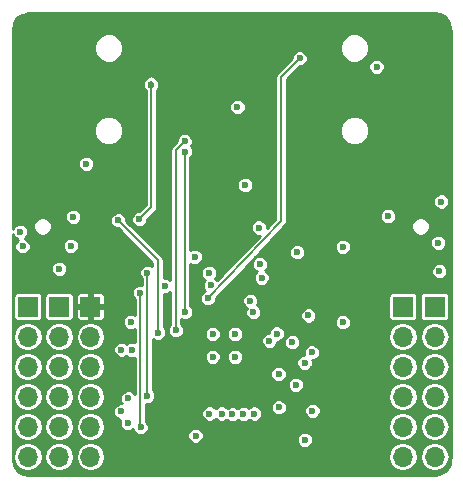
<source format=gbr>
G04 #@! TF.GenerationSoftware,KiCad,Pcbnew,(5.0.1-3-g963ef8bb5)*
G04 #@! TF.CreationDate,2019-01-09T17:43:23-05:00*
G04 #@! TF.ProjectId,Tympan_AIC_Shield,54796D70616E5F4149435F536869656C,rev?*
G04 #@! TF.SameCoordinates,PX6d878d0PY5279480*
G04 #@! TF.FileFunction,Copper,L2,Inr,Plane*
G04 #@! TF.FilePolarity,Positive*
%FSLAX46Y46*%
G04 Gerber Fmt 4.6, Leading zero omitted, Abs format (unit mm)*
G04 Created by KiCad (PCBNEW (5.0.1-3-g963ef8bb5)) date Wednesday, January 09, 2019 at 05:43:23 PM*
%MOMM*%
%LPD*%
G01*
G04 APERTURE LIST*
G04 #@! TA.AperFunction,ViaPad*
%ADD10R,1.700000X1.700000*%
G04 #@! TD*
G04 #@! TA.AperFunction,ViaPad*
%ADD11O,1.700000X1.700000*%
G04 #@! TD*
G04 #@! TA.AperFunction,ViaPad*
%ADD12C,0.600000*%
G04 #@! TD*
G04 #@! TA.AperFunction,Conductor*
%ADD13C,0.177800*%
G04 #@! TD*
G04 #@! TA.AperFunction,Conductor*
%ADD14C,0.203200*%
G04 #@! TD*
G04 #@! TA.AperFunction,Conductor*
%ADD15C,0.254000*%
G04 #@! TD*
G04 APERTURE END LIST*
D10*
G04 #@! TO.N,+3V3*
G04 #@! TO.C,P3*
X36200000Y14700000D03*
D11*
G04 #@! TO.N,/DOUT_1*
X36200000Y12160000D03*
G04 #@! TO.N,/DIN_1*
X36200000Y9620000D03*
G04 #@! TO.N,/SDA2*
X36200000Y7080000D03*
G04 #@! TO.N,/SCL2*
X36200000Y4540000D03*
G04 #@! TO.N,GND*
X36200000Y2000000D03*
G04 #@! TD*
D10*
G04 #@! TO.N,/M_BIAS_1*
G04 #@! TO.C,P4*
X4400000Y14700000D03*
D11*
G04 #@! TO.N,/MCLK*
X4400000Y12160000D03*
G04 #@! TO.N,/BCLK*
X4400000Y9620000D03*
G04 #@! TO.N,/WCLK*
X4400000Y7080000D03*
G04 #@! TO.N,/nRESET_1*
X4400000Y4540000D03*
G04 #@! TO.N,GND*
X4400000Y2000000D03*
G04 #@! TD*
D10*
G04 #@! TO.N,+1V8*
G04 #@! TO.C,P5*
X7050000Y14700000D03*
D11*
G04 #@! TO.N,Net-(C23-Pad2)*
X7050000Y12160000D03*
G04 #@! TO.N,Net-(C24-Pad2)*
X7050000Y9620000D03*
G04 #@! TO.N,Net-(C25-Pad2)*
X7050000Y7080000D03*
G04 #@! TO.N,Net-(C26-Pad2)*
X7050000Y4540000D03*
G04 #@! TO.N,GND*
X7050000Y2000000D03*
G04 #@! TD*
D10*
G04 #@! TO.N,/TX_3*
G04 #@! TO.C,P2*
X33500000Y14700000D03*
D11*
G04 #@! TO.N,/RX_3*
X33500000Y12160000D03*
G04 #@! TO.N,/MISO_2*
X33500000Y9620000D03*
G04 #@! TO.N,/MOSI_2*
X33500000Y7080000D03*
G04 #@! TO.N,/SCK_2*
X33500000Y4540000D03*
G04 #@! TO.N,/SS_2*
X33500000Y2000000D03*
G04 #@! TD*
G04 #@! TO.N,Net-(P1-Pad6)*
G04 #@! TO.C,P1*
X1750000Y2000000D03*
G04 #@! TO.N,Net-(P1-Pad5)*
X1750000Y4540000D03*
G04 #@! TO.N,Net-(P1-Pad4)*
X1750000Y7080000D03*
G04 #@! TO.N,Net-(P1-Pad3)*
X1750000Y9620000D03*
G04 #@! TO.N,Net-(P1-Pad2)*
X1750000Y12160000D03*
D10*
G04 #@! TO.N,Net-(P1-Pad1)*
X1750000Y14700000D03*
G04 #@! TD*
D12*
G04 #@! TO.N,GND*
X17000000Y15400000D03*
X36750000Y23600000D03*
X32250000Y22350000D03*
X1100000Y21050000D03*
X5600000Y22300000D03*
X19294600Y12383000D03*
X17394600Y12383000D03*
X23000000Y6175000D03*
X24766379Y35718390D03*
X21550000Y17150000D03*
X20600000Y15200008D03*
X17394600Y10456090D03*
X19294600Y10456090D03*
G04 #@! TO.N,+3V3*
X36600000Y17700000D03*
X4400000Y17900000D03*
X24550000Y19299998D03*
X24450000Y8075000D03*
X13343903Y16450000D03*
G04 #@! TO.N,+1V8*
X16100000Y16600000D03*
X13600000Y14500000D03*
X15200000Y7300000D03*
G04 #@! TO.N,Net-(C17-Pad2)*
X36500000Y20100000D03*
G04 #@! TO.N,Net-(C19-Pad2)*
X1300000Y19800000D03*
G04 #@! TO.N,Net-(J1-Pad3)*
X19500000Y31600000D03*
X31275000Y35000000D03*
G04 #@! TO.N,/MICDET*
X9400000Y22000000D03*
X12775003Y12500003D03*
G04 #@! TO.N,/BCLK*
X18175000Y5650000D03*
X9650000Y5825000D03*
G04 #@! TO.N,/MCLK*
X17125000Y5650000D03*
X10250000Y6925000D03*
G04 #@! TO.N,/WCLK*
X19075000Y5575000D03*
X10200000Y4850000D03*
G04 #@! TO.N,/HPL*
X15050000Y14250000D03*
X15050000Y27825000D03*
G04 #@! TO.N,/HPR*
X14275000Y12700000D03*
X15025000Y28700000D03*
G04 #@! TO.N,Net-(R16-Pad2)*
X15900000Y18925000D03*
X21400000Y18300000D03*
G04 #@! TO.N,Net-(C12-Pad2)*
X6700000Y26800000D03*
X20150000Y25000000D03*
G04 #@! TO.N,Net-(C13-Pad2)*
X12200000Y33500000D03*
X11200000Y22100000D03*
G04 #@! TO.N,/nRESET_1*
X15950000Y3775000D03*
G04 #@! TO.N,/DIN_1*
X22975000Y9000000D03*
X19975000Y5600000D03*
G04 #@! TO.N,/DOUT_1*
X24125000Y11700000D03*
X20925000Y5650000D03*
G04 #@! TO.N,/SDA2*
X25800000Y10825000D03*
X25850000Y5875000D03*
G04 #@! TO.N,/SCL2*
X25200000Y3425000D03*
X25177902Y9947110D03*
G04 #@! TO.N,/M_BIAS_1*
X10450000Y13425000D03*
X25500000Y13950000D03*
G04 #@! TO.N,/IN2_L_1*
X28425000Y13375000D03*
X28425002Y19775000D03*
G04 #@! TO.N,/IN2_R_1*
X5400000Y19850000D03*
X21300000Y21400000D03*
X20850000Y14225000D03*
G04 #@! TO.N,/IN1_R_1*
X22825000Y12425000D03*
X9672364Y11060835D03*
G04 #@! TO.N,/IN1_L_1*
X22200000Y11800000D03*
X10575000Y11025000D03*
G04 #@! TO.N,/LOL_1*
X17100000Y17550000D03*
X11875000Y17575000D03*
X11850000Y7150000D03*
G04 #@! TO.N,/LOR_1*
X17250000Y16500000D03*
X11275000Y15875000D03*
X11300000Y4500000D03*
G04 #@! TD*
D13*
G04 #@! TO.N,GND*
X17000000Y15400000D02*
X23200000Y21950000D01*
D14*
X24466380Y35418391D02*
X24766379Y35718390D01*
X23200000Y21950000D02*
X23200000Y34152011D01*
X23200000Y34152011D02*
X24466380Y35418391D01*
D13*
G04 #@! TO.N,/MICDET*
X12775003Y18624997D02*
X12775003Y12924267D01*
X9400000Y22000000D02*
X12775003Y18624997D01*
X12775003Y12924267D02*
X12775003Y12500003D01*
G04 #@! TO.N,/HPL*
X15050000Y27825000D02*
X15050000Y14250000D01*
G04 #@! TO.N,/HPR*
X15025000Y28700000D02*
X14275000Y27950000D01*
X14275000Y27950000D02*
X14275000Y12700000D01*
D14*
G04 #@! TO.N,Net-(C13-Pad2)*
X11200000Y22100000D02*
X12200000Y23100000D01*
D13*
X12200000Y33800000D02*
X12200000Y23400000D01*
D14*
X12200000Y23100000D02*
X12200000Y23400000D01*
D13*
G04 #@! TO.N,/LOL_1*
X11875000Y7175000D02*
X11850000Y7150000D01*
X11875000Y17575000D02*
X11875000Y7175000D01*
G04 #@! TO.N,/LOR_1*
X11275000Y15875000D02*
X11275000Y4525000D01*
X11275000Y4525000D02*
X11300000Y4500000D01*
G04 #@! TD*
D15*
G04 #@! TO.N,+1V8*
G36*
X36104960Y39541389D02*
X36178489Y39524346D01*
X36621546Y39457736D01*
X36960246Y39295094D01*
X37236147Y39040054D01*
X37424860Y38715161D01*
X37515761Y38322987D01*
X37519371Y38231115D01*
X37544001Y38102001D01*
X37544000Y1900370D01*
X37541389Y1895040D01*
X37524346Y1821511D01*
X37457736Y1378454D01*
X37295094Y1039754D01*
X37040054Y763853D01*
X36715162Y575141D01*
X36322983Y484239D01*
X36231115Y480629D01*
X36102007Y456000D01*
X1900370Y456000D01*
X1895040Y458611D01*
X1821511Y475654D01*
X1378454Y542264D01*
X1039754Y704906D01*
X763853Y959946D01*
X575141Y1284838D01*
X484239Y1677017D01*
X480629Y1768885D01*
X456000Y1897993D01*
X456000Y2000000D01*
X494884Y2000000D01*
X590424Y1519688D01*
X862499Y1112499D01*
X1269688Y840424D01*
X1628761Y769000D01*
X1871239Y769000D01*
X2230312Y840424D01*
X2637501Y1112499D01*
X2909576Y1519688D01*
X3005116Y2000000D01*
X3144884Y2000000D01*
X3240424Y1519688D01*
X3512499Y1112499D01*
X3919688Y840424D01*
X4278761Y769000D01*
X4521239Y769000D01*
X4880312Y840424D01*
X5287501Y1112499D01*
X5559576Y1519688D01*
X5655116Y2000000D01*
X5794884Y2000000D01*
X5890424Y1519688D01*
X6162499Y1112499D01*
X6569688Y840424D01*
X6928761Y769000D01*
X7171239Y769000D01*
X7530312Y840424D01*
X7937501Y1112499D01*
X8209576Y1519688D01*
X8305116Y2000000D01*
X32244884Y2000000D01*
X32340424Y1519688D01*
X32612499Y1112499D01*
X33019688Y840424D01*
X33378761Y769000D01*
X33621239Y769000D01*
X33980312Y840424D01*
X34387501Y1112499D01*
X34659576Y1519688D01*
X34755116Y2000000D01*
X34944884Y2000000D01*
X35040424Y1519688D01*
X35312499Y1112499D01*
X35719688Y840424D01*
X36078761Y769000D01*
X36321239Y769000D01*
X36680312Y840424D01*
X37087501Y1112499D01*
X37359576Y1519688D01*
X37455116Y2000000D01*
X37359576Y2480312D01*
X37087501Y2887501D01*
X36680312Y3159576D01*
X36321239Y3231000D01*
X36078761Y3231000D01*
X35719688Y3159576D01*
X35312499Y2887501D01*
X35040424Y2480312D01*
X34944884Y2000000D01*
X34755116Y2000000D01*
X34659576Y2480312D01*
X34387501Y2887501D01*
X33980312Y3159576D01*
X33621239Y3231000D01*
X33378761Y3231000D01*
X33019688Y3159576D01*
X32612499Y2887501D01*
X32340424Y2480312D01*
X32244884Y2000000D01*
X8305116Y2000000D01*
X8209576Y2480312D01*
X7937501Y2887501D01*
X7530312Y3159576D01*
X7171239Y3231000D01*
X6928761Y3231000D01*
X6569688Y3159576D01*
X6162499Y2887501D01*
X5890424Y2480312D01*
X5794884Y2000000D01*
X5655116Y2000000D01*
X5559576Y2480312D01*
X5287501Y2887501D01*
X4880312Y3159576D01*
X4521239Y3231000D01*
X4278761Y3231000D01*
X3919688Y3159576D01*
X3512499Y2887501D01*
X3240424Y2480312D01*
X3144884Y2000000D01*
X3005116Y2000000D01*
X2909576Y2480312D01*
X2637501Y2887501D01*
X2230312Y3159576D01*
X1871239Y3231000D01*
X1628761Y3231000D01*
X1269688Y3159576D01*
X862499Y2887501D01*
X590424Y2480312D01*
X494884Y2000000D01*
X456000Y2000000D01*
X456000Y4540000D01*
X494884Y4540000D01*
X590424Y4059688D01*
X862499Y3652499D01*
X1269688Y3380424D01*
X1628761Y3309000D01*
X1871239Y3309000D01*
X2230312Y3380424D01*
X2637501Y3652499D01*
X2909576Y4059688D01*
X3005116Y4540000D01*
X3144884Y4540000D01*
X3240424Y4059688D01*
X3512499Y3652499D01*
X3919688Y3380424D01*
X4278761Y3309000D01*
X4521239Y3309000D01*
X4880312Y3380424D01*
X5287501Y3652499D01*
X5559576Y4059688D01*
X5655116Y4540000D01*
X5794884Y4540000D01*
X5890424Y4059688D01*
X6162499Y3652499D01*
X6569688Y3380424D01*
X6928761Y3309000D01*
X7171239Y3309000D01*
X7530312Y3380424D01*
X7937501Y3652499D01*
X8209576Y4059688D01*
X8305116Y4540000D01*
X8209576Y5020312D01*
X7937501Y5427501D01*
X7530312Y5699576D01*
X7171239Y5771000D01*
X6928761Y5771000D01*
X6569688Y5699576D01*
X6162499Y5427501D01*
X5890424Y5020312D01*
X5794884Y4540000D01*
X5655116Y4540000D01*
X5559576Y5020312D01*
X5287501Y5427501D01*
X4880312Y5699576D01*
X4521239Y5771000D01*
X4278761Y5771000D01*
X3919688Y5699576D01*
X3512499Y5427501D01*
X3240424Y5020312D01*
X3144884Y4540000D01*
X3005116Y4540000D01*
X2909576Y5020312D01*
X2637501Y5427501D01*
X2230312Y5699576D01*
X1871239Y5771000D01*
X1628761Y5771000D01*
X1269688Y5699576D01*
X862499Y5427501D01*
X590424Y5020312D01*
X494884Y4540000D01*
X456000Y4540000D01*
X456000Y7080000D01*
X494884Y7080000D01*
X590424Y6599688D01*
X862499Y6192499D01*
X1269688Y5920424D01*
X1628761Y5849000D01*
X1871239Y5849000D01*
X2230312Y5920424D01*
X2637501Y6192499D01*
X2909576Y6599688D01*
X3005116Y7080000D01*
X3144884Y7080000D01*
X3240424Y6599688D01*
X3512499Y6192499D01*
X3919688Y5920424D01*
X4278761Y5849000D01*
X4521239Y5849000D01*
X4880312Y5920424D01*
X5287501Y6192499D01*
X5559576Y6599688D01*
X5655116Y7080000D01*
X5794884Y7080000D01*
X5890424Y6599688D01*
X6162499Y6192499D01*
X6569688Y5920424D01*
X6928761Y5849000D01*
X7171239Y5849000D01*
X7530312Y5920424D01*
X7937501Y6192499D01*
X8209576Y6599688D01*
X8305116Y7080000D01*
X8209576Y7560312D01*
X7937501Y7967501D01*
X7530312Y8239576D01*
X7171239Y8311000D01*
X6928761Y8311000D01*
X6569688Y8239576D01*
X6162499Y7967501D01*
X5890424Y7560312D01*
X5794884Y7080000D01*
X5655116Y7080000D01*
X5559576Y7560312D01*
X5287501Y7967501D01*
X4880312Y8239576D01*
X4521239Y8311000D01*
X4278761Y8311000D01*
X3919688Y8239576D01*
X3512499Y7967501D01*
X3240424Y7560312D01*
X3144884Y7080000D01*
X3005116Y7080000D01*
X2909576Y7560312D01*
X2637501Y7967501D01*
X2230312Y8239576D01*
X1871239Y8311000D01*
X1628761Y8311000D01*
X1269688Y8239576D01*
X862499Y7967501D01*
X590424Y7560312D01*
X494884Y7080000D01*
X456000Y7080000D01*
X456000Y9620000D01*
X494884Y9620000D01*
X590424Y9139688D01*
X862499Y8732499D01*
X1269688Y8460424D01*
X1628761Y8389000D01*
X1871239Y8389000D01*
X2230312Y8460424D01*
X2637501Y8732499D01*
X2909576Y9139688D01*
X3005116Y9620000D01*
X3144884Y9620000D01*
X3240424Y9139688D01*
X3512499Y8732499D01*
X3919688Y8460424D01*
X4278761Y8389000D01*
X4521239Y8389000D01*
X4880312Y8460424D01*
X5287501Y8732499D01*
X5559576Y9139688D01*
X5655116Y9620000D01*
X5794884Y9620000D01*
X5890424Y9139688D01*
X6162499Y8732499D01*
X6569688Y8460424D01*
X6928761Y8389000D01*
X7171239Y8389000D01*
X7530312Y8460424D01*
X7937501Y8732499D01*
X8209576Y9139688D01*
X8305116Y9620000D01*
X8209576Y10100312D01*
X7937501Y10507501D01*
X7530312Y10779576D01*
X7171239Y10851000D01*
X6928761Y10851000D01*
X6569688Y10779576D01*
X6162499Y10507501D01*
X5890424Y10100312D01*
X5794884Y9620000D01*
X5655116Y9620000D01*
X5559576Y10100312D01*
X5287501Y10507501D01*
X4880312Y10779576D01*
X4521239Y10851000D01*
X4278761Y10851000D01*
X3919688Y10779576D01*
X3512499Y10507501D01*
X3240424Y10100312D01*
X3144884Y9620000D01*
X3005116Y9620000D01*
X2909576Y10100312D01*
X2637501Y10507501D01*
X2230312Y10779576D01*
X1871239Y10851000D01*
X1628761Y10851000D01*
X1269688Y10779576D01*
X862499Y10507501D01*
X590424Y10100312D01*
X494884Y9620000D01*
X456000Y9620000D01*
X456000Y12160000D01*
X494884Y12160000D01*
X590424Y11679688D01*
X862499Y11272499D01*
X1269688Y11000424D01*
X1628761Y10929000D01*
X1871239Y10929000D01*
X2230312Y11000424D01*
X2637501Y11272499D01*
X2909576Y11679688D01*
X3005116Y12160000D01*
X3144884Y12160000D01*
X3240424Y11679688D01*
X3512499Y11272499D01*
X3919688Y11000424D01*
X4278761Y10929000D01*
X4521239Y10929000D01*
X4880312Y11000424D01*
X5287501Y11272499D01*
X5559576Y11679688D01*
X5655116Y12160000D01*
X5794884Y12160000D01*
X5890424Y11679688D01*
X6162499Y11272499D01*
X6569688Y11000424D01*
X6928761Y10929000D01*
X7171239Y10929000D01*
X7530312Y11000424D01*
X7937501Y11272499D01*
X8209576Y11679688D01*
X8305116Y12160000D01*
X8209576Y12640312D01*
X7937501Y13047501D01*
X7530312Y13319576D01*
X7171239Y13391000D01*
X6928761Y13391000D01*
X6569688Y13319576D01*
X6162499Y13047501D01*
X5890424Y12640312D01*
X5794884Y12160000D01*
X5655116Y12160000D01*
X5559576Y12640312D01*
X5287501Y13047501D01*
X4880312Y13319576D01*
X4521239Y13391000D01*
X4278761Y13391000D01*
X3919688Y13319576D01*
X3512499Y13047501D01*
X3240424Y12640312D01*
X3144884Y12160000D01*
X3005116Y12160000D01*
X2909576Y12640312D01*
X2637501Y13047501D01*
X2230312Y13319576D01*
X1871239Y13391000D01*
X1628761Y13391000D01*
X1269688Y13319576D01*
X862499Y13047501D01*
X590424Y12640312D01*
X494884Y12160000D01*
X456000Y12160000D01*
X456000Y15550000D01*
X511536Y15550000D01*
X511536Y13850000D01*
X541106Y13701341D01*
X625314Y13575314D01*
X751341Y13491106D01*
X900000Y13461536D01*
X2600000Y13461536D01*
X2748659Y13491106D01*
X2874686Y13575314D01*
X2958894Y13701341D01*
X2988464Y13850000D01*
X2988464Y15550000D01*
X3161536Y15550000D01*
X3161536Y13850000D01*
X3191106Y13701341D01*
X3275314Y13575314D01*
X3401341Y13491106D01*
X3550000Y13461536D01*
X5250000Y13461536D01*
X5398659Y13491106D01*
X5524686Y13575314D01*
X5608894Y13701341D01*
X5638464Y13850000D01*
X5638464Y14477750D01*
X5819000Y14477750D01*
X5819000Y13774215D01*
X5877004Y13634181D01*
X5984180Y13527004D01*
X6124214Y13469000D01*
X6827750Y13469000D01*
X6923000Y13564250D01*
X6923000Y14573000D01*
X7177000Y14573000D01*
X7177000Y13564250D01*
X7272250Y13469000D01*
X7975786Y13469000D01*
X8115820Y13527004D01*
X8222996Y13634181D01*
X8281000Y13774215D01*
X8281000Y14477750D01*
X8185750Y14573000D01*
X7177000Y14573000D01*
X6923000Y14573000D01*
X5914250Y14573000D01*
X5819000Y14477750D01*
X5638464Y14477750D01*
X5638464Y15550000D01*
X5623390Y15625785D01*
X5819000Y15625785D01*
X5819000Y14922250D01*
X5914250Y14827000D01*
X6923000Y14827000D01*
X6923000Y15835750D01*
X7177000Y15835750D01*
X7177000Y14827000D01*
X8185750Y14827000D01*
X8281000Y14922250D01*
X8281000Y15625785D01*
X8222996Y15765819D01*
X8115820Y15872996D01*
X7975786Y15931000D01*
X7272250Y15931000D01*
X7177000Y15835750D01*
X6923000Y15835750D01*
X6827750Y15931000D01*
X6124214Y15931000D01*
X5984180Y15872996D01*
X5877004Y15765819D01*
X5819000Y15625785D01*
X5623390Y15625785D01*
X5608894Y15698659D01*
X5524686Y15824686D01*
X5398659Y15908894D01*
X5250000Y15938464D01*
X3550000Y15938464D01*
X3401341Y15908894D01*
X3275314Y15824686D01*
X3191106Y15698659D01*
X3161536Y15550000D01*
X2988464Y15550000D01*
X2958894Y15698659D01*
X2874686Y15824686D01*
X2748659Y15908894D01*
X2600000Y15938464D01*
X900000Y15938464D01*
X751341Y15908894D01*
X625314Y15824686D01*
X541106Y15698659D01*
X511536Y15550000D01*
X456000Y15550000D01*
X456000Y18035459D01*
X3719000Y18035459D01*
X3719000Y17764541D01*
X3822676Y17514244D01*
X4014244Y17322676D01*
X4264541Y17219000D01*
X4535459Y17219000D01*
X4785756Y17322676D01*
X4977324Y17514244D01*
X5081000Y17764541D01*
X5081000Y18035459D01*
X4977324Y18285756D01*
X4785756Y18477324D01*
X4535459Y18581000D01*
X4264541Y18581000D01*
X4014244Y18477324D01*
X3822676Y18285756D01*
X3719000Y18035459D01*
X456000Y18035459D01*
X456000Y20825215D01*
X522676Y20664244D01*
X714244Y20472676D01*
X929345Y20383579D01*
X914244Y20377324D01*
X722676Y20185756D01*
X619000Y19935459D01*
X619000Y19664541D01*
X722676Y19414244D01*
X914244Y19222676D01*
X1164541Y19119000D01*
X1435459Y19119000D01*
X1685756Y19222676D01*
X1877324Y19414244D01*
X1981000Y19664541D01*
X1981000Y19935459D01*
X1960290Y19985459D01*
X4719000Y19985459D01*
X4719000Y19714541D01*
X4822676Y19464244D01*
X5014244Y19272676D01*
X5264541Y19169000D01*
X5535459Y19169000D01*
X5785756Y19272676D01*
X5977324Y19464244D01*
X6081000Y19714541D01*
X6081000Y19985459D01*
X5977324Y20235756D01*
X5785756Y20427324D01*
X5535459Y20531000D01*
X5264541Y20531000D01*
X5014244Y20427324D01*
X4822676Y20235756D01*
X4719000Y19985459D01*
X1960290Y19985459D01*
X1877324Y20185756D01*
X1685756Y20377324D01*
X1470655Y20466421D01*
X1485756Y20472676D01*
X1677324Y20664244D01*
X1781000Y20914541D01*
X1781000Y21185459D01*
X1677324Y21435756D01*
X1485756Y21627324D01*
X1418093Y21655351D01*
X2219000Y21655351D01*
X2219000Y21344649D01*
X2337900Y21057599D01*
X2557599Y20837900D01*
X2844649Y20719000D01*
X3155351Y20719000D01*
X3442401Y20837900D01*
X3662100Y21057599D01*
X3781000Y21344649D01*
X3781000Y21655351D01*
X3662100Y21942401D01*
X3442401Y22162100D01*
X3155351Y22281000D01*
X2844649Y22281000D01*
X2557599Y22162100D01*
X2337900Y21942401D01*
X2219000Y21655351D01*
X1418093Y21655351D01*
X1235459Y21731000D01*
X964541Y21731000D01*
X714244Y21627324D01*
X522676Y21435756D01*
X456000Y21274785D01*
X456000Y22435459D01*
X4919000Y22435459D01*
X4919000Y22164541D01*
X5022676Y21914244D01*
X5214244Y21722676D01*
X5464541Y21619000D01*
X5735459Y21619000D01*
X5985756Y21722676D01*
X6177324Y21914244D01*
X6268953Y22135459D01*
X8719000Y22135459D01*
X8719000Y21864541D01*
X8822676Y21614244D01*
X9014244Y21422676D01*
X9264541Y21319000D01*
X9416462Y21319000D01*
X12305103Y18430358D01*
X12305103Y18107977D01*
X12260756Y18152324D01*
X12010459Y18256000D01*
X11739541Y18256000D01*
X11489244Y18152324D01*
X11297676Y17960756D01*
X11194000Y17710459D01*
X11194000Y17439541D01*
X11297676Y17189244D01*
X11405100Y17081820D01*
X11405100Y16556000D01*
X11139541Y16556000D01*
X10889244Y16452324D01*
X10697676Y16260756D01*
X10594000Y16010459D01*
X10594000Y15739541D01*
X10697676Y15489244D01*
X10805100Y15381820D01*
X10805100Y14015022D01*
X10585459Y14106000D01*
X10314541Y14106000D01*
X10064244Y14002324D01*
X9872676Y13810756D01*
X9769000Y13560459D01*
X9769000Y13289541D01*
X9872676Y13039244D01*
X10064244Y12847676D01*
X10314541Y12744000D01*
X10585459Y12744000D01*
X10805100Y12834978D01*
X10805100Y11666798D01*
X10710459Y11706000D01*
X10439541Y11706000D01*
X10189244Y11602324D01*
X10141600Y11554679D01*
X10058120Y11638159D01*
X9807823Y11741835D01*
X9536905Y11741835D01*
X9286608Y11638159D01*
X9095040Y11446591D01*
X8991364Y11196294D01*
X8991364Y10925376D01*
X9095040Y10675079D01*
X9286608Y10483511D01*
X9536905Y10379835D01*
X9807823Y10379835D01*
X10058120Y10483511D01*
X10105765Y10531155D01*
X10189244Y10447676D01*
X10439541Y10344000D01*
X10710459Y10344000D01*
X10805100Y10383202D01*
X10805101Y7332979D01*
X10635756Y7502324D01*
X10385459Y7606000D01*
X10114541Y7606000D01*
X9864244Y7502324D01*
X9672676Y7310756D01*
X9569000Y7060459D01*
X9569000Y6789541D01*
X9672676Y6539244D01*
X9705920Y6506000D01*
X9514541Y6506000D01*
X9264244Y6402324D01*
X9072676Y6210756D01*
X8969000Y5960459D01*
X8969000Y5689541D01*
X9072676Y5439244D01*
X9264244Y5247676D01*
X9514541Y5144000D01*
X9584670Y5144000D01*
X9519000Y4985459D01*
X9519000Y4714541D01*
X9622676Y4464244D01*
X9814244Y4272676D01*
X10064541Y4169000D01*
X10335459Y4169000D01*
X10585756Y4272676D01*
X10636170Y4323090D01*
X10722676Y4114244D01*
X10914244Y3922676D01*
X11164541Y3819000D01*
X11435459Y3819000D01*
X11656261Y3910459D01*
X15269000Y3910459D01*
X15269000Y3639541D01*
X15372676Y3389244D01*
X15564244Y3197676D01*
X15814541Y3094000D01*
X16085459Y3094000D01*
X16335756Y3197676D01*
X16527324Y3389244D01*
X16598243Y3560459D01*
X24519000Y3560459D01*
X24519000Y3289541D01*
X24622676Y3039244D01*
X24814244Y2847676D01*
X25064541Y2744000D01*
X25335459Y2744000D01*
X25585756Y2847676D01*
X25777324Y3039244D01*
X25881000Y3289541D01*
X25881000Y3560459D01*
X25777324Y3810756D01*
X25585756Y4002324D01*
X25335459Y4106000D01*
X25064541Y4106000D01*
X24814244Y4002324D01*
X24622676Y3810756D01*
X24519000Y3560459D01*
X16598243Y3560459D01*
X16631000Y3639541D01*
X16631000Y3910459D01*
X16527324Y4160756D01*
X16335756Y4352324D01*
X16085459Y4456000D01*
X15814541Y4456000D01*
X15564244Y4352324D01*
X15372676Y4160756D01*
X15269000Y3910459D01*
X11656261Y3910459D01*
X11685756Y3922676D01*
X11877324Y4114244D01*
X11981000Y4364541D01*
X11981000Y4540000D01*
X32244884Y4540000D01*
X32340424Y4059688D01*
X32612499Y3652499D01*
X33019688Y3380424D01*
X33378761Y3309000D01*
X33621239Y3309000D01*
X33980312Y3380424D01*
X34387501Y3652499D01*
X34659576Y4059688D01*
X34755116Y4540000D01*
X34944884Y4540000D01*
X35040424Y4059688D01*
X35312499Y3652499D01*
X35719688Y3380424D01*
X36078761Y3309000D01*
X36321239Y3309000D01*
X36680312Y3380424D01*
X37087501Y3652499D01*
X37359576Y4059688D01*
X37455116Y4540000D01*
X37359576Y5020312D01*
X37087501Y5427501D01*
X36680312Y5699576D01*
X36321239Y5771000D01*
X36078761Y5771000D01*
X35719688Y5699576D01*
X35312499Y5427501D01*
X35040424Y5020312D01*
X34944884Y4540000D01*
X34755116Y4540000D01*
X34659576Y5020312D01*
X34387501Y5427501D01*
X33980312Y5699576D01*
X33621239Y5771000D01*
X33378761Y5771000D01*
X33019688Y5699576D01*
X32612499Y5427501D01*
X32340424Y5020312D01*
X32244884Y4540000D01*
X11981000Y4540000D01*
X11981000Y4635459D01*
X11877324Y4885756D01*
X11744900Y5018180D01*
X11744900Y5785459D01*
X16444000Y5785459D01*
X16444000Y5514541D01*
X16547676Y5264244D01*
X16739244Y5072676D01*
X16989541Y4969000D01*
X17260459Y4969000D01*
X17510756Y5072676D01*
X17650000Y5211920D01*
X17789244Y5072676D01*
X18039541Y4969000D01*
X18310459Y4969000D01*
X18560756Y5072676D01*
X18587500Y5099420D01*
X18689244Y4997676D01*
X18939541Y4894000D01*
X19210459Y4894000D01*
X19460756Y4997676D01*
X19537500Y5074420D01*
X19589244Y5022676D01*
X19839541Y4919000D01*
X20110459Y4919000D01*
X20360756Y5022676D01*
X20475000Y5136920D01*
X20539244Y5072676D01*
X20789541Y4969000D01*
X21060459Y4969000D01*
X21310756Y5072676D01*
X21502324Y5264244D01*
X21606000Y5514541D01*
X21606000Y5785459D01*
X21502324Y6035756D01*
X21310756Y6227324D01*
X21110050Y6310459D01*
X22319000Y6310459D01*
X22319000Y6039541D01*
X22422676Y5789244D01*
X22614244Y5597676D01*
X22864541Y5494000D01*
X23135459Y5494000D01*
X23385756Y5597676D01*
X23577324Y5789244D01*
X23668953Y6010459D01*
X25169000Y6010459D01*
X25169000Y5739541D01*
X25272676Y5489244D01*
X25464244Y5297676D01*
X25714541Y5194000D01*
X25985459Y5194000D01*
X26235756Y5297676D01*
X26427324Y5489244D01*
X26531000Y5739541D01*
X26531000Y6010459D01*
X26427324Y6260756D01*
X26235756Y6452324D01*
X25985459Y6556000D01*
X25714541Y6556000D01*
X25464244Y6452324D01*
X25272676Y6260756D01*
X25169000Y6010459D01*
X23668953Y6010459D01*
X23681000Y6039541D01*
X23681000Y6310459D01*
X23577324Y6560756D01*
X23385756Y6752324D01*
X23135459Y6856000D01*
X22864541Y6856000D01*
X22614244Y6752324D01*
X22422676Y6560756D01*
X22319000Y6310459D01*
X21110050Y6310459D01*
X21060459Y6331000D01*
X20789541Y6331000D01*
X20539244Y6227324D01*
X20425000Y6113080D01*
X20360756Y6177324D01*
X20110459Y6281000D01*
X19839541Y6281000D01*
X19589244Y6177324D01*
X19512500Y6100580D01*
X19460756Y6152324D01*
X19210459Y6256000D01*
X18939541Y6256000D01*
X18689244Y6152324D01*
X18662500Y6125580D01*
X18560756Y6227324D01*
X18310459Y6331000D01*
X18039541Y6331000D01*
X17789244Y6227324D01*
X17650000Y6088080D01*
X17510756Y6227324D01*
X17260459Y6331000D01*
X16989541Y6331000D01*
X16739244Y6227324D01*
X16547676Y6035756D01*
X16444000Y5785459D01*
X11744900Y5785459D01*
X11744900Y6469000D01*
X11985459Y6469000D01*
X12235756Y6572676D01*
X12427324Y6764244D01*
X12531000Y7014541D01*
X12531000Y7080000D01*
X32244884Y7080000D01*
X32340424Y6599688D01*
X32612499Y6192499D01*
X33019688Y5920424D01*
X33378761Y5849000D01*
X33621239Y5849000D01*
X33980312Y5920424D01*
X34387501Y6192499D01*
X34659576Y6599688D01*
X34755116Y7080000D01*
X34944884Y7080000D01*
X35040424Y6599688D01*
X35312499Y6192499D01*
X35719688Y5920424D01*
X36078761Y5849000D01*
X36321239Y5849000D01*
X36680312Y5920424D01*
X37087501Y6192499D01*
X37359576Y6599688D01*
X37455116Y7080000D01*
X37359576Y7560312D01*
X37087501Y7967501D01*
X36680312Y8239576D01*
X36321239Y8311000D01*
X36078761Y8311000D01*
X35719688Y8239576D01*
X35312499Y7967501D01*
X35040424Y7560312D01*
X34944884Y7080000D01*
X34755116Y7080000D01*
X34659576Y7560312D01*
X34387501Y7967501D01*
X33980312Y8239576D01*
X33621239Y8311000D01*
X33378761Y8311000D01*
X33019688Y8239576D01*
X32612499Y7967501D01*
X32340424Y7560312D01*
X32244884Y7080000D01*
X12531000Y7080000D01*
X12531000Y7285459D01*
X12427324Y7535756D01*
X12344900Y7618180D01*
X12344900Y8210459D01*
X23769000Y8210459D01*
X23769000Y7939541D01*
X23872676Y7689244D01*
X24064244Y7497676D01*
X24314541Y7394000D01*
X24585459Y7394000D01*
X24835756Y7497676D01*
X25027324Y7689244D01*
X25131000Y7939541D01*
X25131000Y8210459D01*
X25027324Y8460756D01*
X24835756Y8652324D01*
X24585459Y8756000D01*
X24314541Y8756000D01*
X24064244Y8652324D01*
X23872676Y8460756D01*
X23769000Y8210459D01*
X12344900Y8210459D01*
X12344900Y9135459D01*
X22294000Y9135459D01*
X22294000Y8864541D01*
X22397676Y8614244D01*
X22589244Y8422676D01*
X22839541Y8319000D01*
X23110459Y8319000D01*
X23360756Y8422676D01*
X23552324Y8614244D01*
X23656000Y8864541D01*
X23656000Y9135459D01*
X23552324Y9385756D01*
X23360756Y9577324D01*
X23110459Y9681000D01*
X22839541Y9681000D01*
X22589244Y9577324D01*
X22397676Y9385756D01*
X22294000Y9135459D01*
X12344900Y9135459D01*
X12344900Y10591549D01*
X16713600Y10591549D01*
X16713600Y10320631D01*
X16817276Y10070334D01*
X17008844Y9878766D01*
X17259141Y9775090D01*
X17530059Y9775090D01*
X17780356Y9878766D01*
X17971924Y10070334D01*
X18075600Y10320631D01*
X18075600Y10591549D01*
X18613600Y10591549D01*
X18613600Y10320631D01*
X18717276Y10070334D01*
X18908844Y9878766D01*
X19159141Y9775090D01*
X19430059Y9775090D01*
X19680356Y9878766D01*
X19871924Y10070334D01*
X19876991Y10082569D01*
X24496902Y10082569D01*
X24496902Y9811651D01*
X24600578Y9561354D01*
X24792146Y9369786D01*
X25042443Y9266110D01*
X25313361Y9266110D01*
X25563658Y9369786D01*
X25755226Y9561354D01*
X25779517Y9620000D01*
X32244884Y9620000D01*
X32340424Y9139688D01*
X32612499Y8732499D01*
X33019688Y8460424D01*
X33378761Y8389000D01*
X33621239Y8389000D01*
X33980312Y8460424D01*
X34387501Y8732499D01*
X34659576Y9139688D01*
X34755116Y9620000D01*
X34944884Y9620000D01*
X35040424Y9139688D01*
X35312499Y8732499D01*
X35719688Y8460424D01*
X36078761Y8389000D01*
X36321239Y8389000D01*
X36680312Y8460424D01*
X37087501Y8732499D01*
X37359576Y9139688D01*
X37455116Y9620000D01*
X37359576Y10100312D01*
X37087501Y10507501D01*
X36680312Y10779576D01*
X36321239Y10851000D01*
X36078761Y10851000D01*
X35719688Y10779576D01*
X35312499Y10507501D01*
X35040424Y10100312D01*
X34944884Y9620000D01*
X34755116Y9620000D01*
X34659576Y10100312D01*
X34387501Y10507501D01*
X33980312Y10779576D01*
X33621239Y10851000D01*
X33378761Y10851000D01*
X33019688Y10779576D01*
X32612499Y10507501D01*
X32340424Y10100312D01*
X32244884Y9620000D01*
X25779517Y9620000D01*
X25858902Y9811651D01*
X25858902Y10082569D01*
X25833457Y10144000D01*
X25935459Y10144000D01*
X26185756Y10247676D01*
X26377324Y10439244D01*
X26481000Y10689541D01*
X26481000Y10960459D01*
X26377324Y11210756D01*
X26185756Y11402324D01*
X25935459Y11506000D01*
X25664541Y11506000D01*
X25414244Y11402324D01*
X25222676Y11210756D01*
X25119000Y10960459D01*
X25119000Y10689541D01*
X25144445Y10628110D01*
X25042443Y10628110D01*
X24792146Y10524434D01*
X24600578Y10332866D01*
X24496902Y10082569D01*
X19876991Y10082569D01*
X19975600Y10320631D01*
X19975600Y10591549D01*
X19871924Y10841846D01*
X19680356Y11033414D01*
X19430059Y11137090D01*
X19159141Y11137090D01*
X18908844Y11033414D01*
X18717276Y10841846D01*
X18613600Y10591549D01*
X18075600Y10591549D01*
X17971924Y10841846D01*
X17780356Y11033414D01*
X17530059Y11137090D01*
X17259141Y11137090D01*
X17008844Y11033414D01*
X16817276Y10841846D01*
X16713600Y10591549D01*
X12344900Y10591549D01*
X12344900Y11967026D01*
X12389247Y11922679D01*
X12639544Y11819003D01*
X12910462Y11819003D01*
X13160759Y11922679D01*
X13352327Y12114247D01*
X13456003Y12364544D01*
X13456003Y12635462D01*
X13352327Y12885759D01*
X13244903Y12993183D01*
X13244903Y15769000D01*
X13479362Y15769000D01*
X13729659Y15872676D01*
X13805101Y15948118D01*
X13805101Y13193181D01*
X13697676Y13085756D01*
X13594000Y12835459D01*
X13594000Y12564541D01*
X13697676Y12314244D01*
X13889244Y12122676D01*
X14139541Y12019000D01*
X14410459Y12019000D01*
X14660756Y12122676D01*
X14852324Y12314244D01*
X14936912Y12518459D01*
X16713600Y12518459D01*
X16713600Y12247541D01*
X16817276Y11997244D01*
X17008844Y11805676D01*
X17259141Y11702000D01*
X17530059Y11702000D01*
X17780356Y11805676D01*
X17971924Y11997244D01*
X18075600Y12247541D01*
X18075600Y12518459D01*
X18613600Y12518459D01*
X18613600Y12247541D01*
X18717276Y11997244D01*
X18908844Y11805676D01*
X19159141Y11702000D01*
X19430059Y11702000D01*
X19680356Y11805676D01*
X19810139Y11935459D01*
X21519000Y11935459D01*
X21519000Y11664541D01*
X21622676Y11414244D01*
X21814244Y11222676D01*
X22064541Y11119000D01*
X22335459Y11119000D01*
X22585756Y11222676D01*
X22777324Y11414244D01*
X22881000Y11664541D01*
X22881000Y11744000D01*
X22960459Y11744000D01*
X23181261Y11835459D01*
X23444000Y11835459D01*
X23444000Y11564541D01*
X23547676Y11314244D01*
X23739244Y11122676D01*
X23989541Y11019000D01*
X24260459Y11019000D01*
X24510756Y11122676D01*
X24702324Y11314244D01*
X24806000Y11564541D01*
X24806000Y11835459D01*
X24702324Y12085756D01*
X24628080Y12160000D01*
X32244884Y12160000D01*
X32340424Y11679688D01*
X32612499Y11272499D01*
X33019688Y11000424D01*
X33378761Y10929000D01*
X33621239Y10929000D01*
X33980312Y11000424D01*
X34387501Y11272499D01*
X34659576Y11679688D01*
X34755116Y12160000D01*
X34944884Y12160000D01*
X35040424Y11679688D01*
X35312499Y11272499D01*
X35719688Y11000424D01*
X36078761Y10929000D01*
X36321239Y10929000D01*
X36680312Y11000424D01*
X37087501Y11272499D01*
X37359576Y11679688D01*
X37455116Y12160000D01*
X37359576Y12640312D01*
X37087501Y13047501D01*
X36680312Y13319576D01*
X36321239Y13391000D01*
X36078761Y13391000D01*
X35719688Y13319576D01*
X35312499Y13047501D01*
X35040424Y12640312D01*
X34944884Y12160000D01*
X34755116Y12160000D01*
X34659576Y12640312D01*
X34387501Y13047501D01*
X33980312Y13319576D01*
X33621239Y13391000D01*
X33378761Y13391000D01*
X33019688Y13319576D01*
X32612499Y13047501D01*
X32340424Y12640312D01*
X32244884Y12160000D01*
X24628080Y12160000D01*
X24510756Y12277324D01*
X24260459Y12381000D01*
X23989541Y12381000D01*
X23739244Y12277324D01*
X23547676Y12085756D01*
X23444000Y11835459D01*
X23181261Y11835459D01*
X23210756Y11847676D01*
X23402324Y12039244D01*
X23506000Y12289541D01*
X23506000Y12560459D01*
X23402324Y12810756D01*
X23210756Y13002324D01*
X22960459Y13106000D01*
X22689541Y13106000D01*
X22439244Y13002324D01*
X22247676Y12810756D01*
X22144000Y12560459D01*
X22144000Y12481000D01*
X22064541Y12481000D01*
X21814244Y12377324D01*
X21622676Y12185756D01*
X21519000Y11935459D01*
X19810139Y11935459D01*
X19871924Y11997244D01*
X19975600Y12247541D01*
X19975600Y12518459D01*
X19871924Y12768756D01*
X19680356Y12960324D01*
X19430059Y13064000D01*
X19159141Y13064000D01*
X18908844Y12960324D01*
X18717276Y12768756D01*
X18613600Y12518459D01*
X18075600Y12518459D01*
X17971924Y12768756D01*
X17780356Y12960324D01*
X17530059Y13064000D01*
X17259141Y13064000D01*
X17008844Y12960324D01*
X16817276Y12768756D01*
X16713600Y12518459D01*
X14936912Y12518459D01*
X14956000Y12564541D01*
X14956000Y12835459D01*
X14852324Y13085756D01*
X14744900Y13193180D01*
X14744900Y13639267D01*
X14914541Y13569000D01*
X15185459Y13569000D01*
X15435756Y13672676D01*
X15627324Y13864244D01*
X15731000Y14114541D01*
X15731000Y14385459D01*
X15627324Y14635756D01*
X15519900Y14743180D01*
X15519900Y15535459D01*
X16319000Y15535459D01*
X16319000Y15264541D01*
X16422676Y15014244D01*
X16614244Y14822676D01*
X16864541Y14719000D01*
X17135459Y14719000D01*
X17385756Y14822676D01*
X17577324Y15014244D01*
X17681000Y15264541D01*
X17681000Y15335467D01*
X19919000Y15335467D01*
X19919000Y15064549D01*
X20022676Y14814252D01*
X20214244Y14622684D01*
X20268336Y14600278D01*
X20169000Y14360459D01*
X20169000Y14089541D01*
X20272676Y13839244D01*
X20464244Y13647676D01*
X20714541Y13544000D01*
X20985459Y13544000D01*
X21235756Y13647676D01*
X21427324Y13839244D01*
X21529309Y14085459D01*
X24819000Y14085459D01*
X24819000Y13814541D01*
X24922676Y13564244D01*
X25114244Y13372676D01*
X25364541Y13269000D01*
X25635459Y13269000D01*
X25885756Y13372676D01*
X26023539Y13510459D01*
X27744000Y13510459D01*
X27744000Y13239541D01*
X27847676Y12989244D01*
X28039244Y12797676D01*
X28289541Y12694000D01*
X28560459Y12694000D01*
X28810756Y12797676D01*
X29002324Y12989244D01*
X29106000Y13239541D01*
X29106000Y13510459D01*
X29002324Y13760756D01*
X28810756Y13952324D01*
X28560459Y14056000D01*
X28289541Y14056000D01*
X28039244Y13952324D01*
X27847676Y13760756D01*
X27744000Y13510459D01*
X26023539Y13510459D01*
X26077324Y13564244D01*
X26181000Y13814541D01*
X26181000Y14085459D01*
X26077324Y14335756D01*
X25885756Y14527324D01*
X25635459Y14631000D01*
X25364541Y14631000D01*
X25114244Y14527324D01*
X24922676Y14335756D01*
X24819000Y14085459D01*
X21529309Y14085459D01*
X21531000Y14089541D01*
X21531000Y14360459D01*
X21427324Y14610756D01*
X21235756Y14802324D01*
X21181664Y14824730D01*
X21281000Y15064549D01*
X21281000Y15335467D01*
X21192138Y15550000D01*
X32261536Y15550000D01*
X32261536Y13850000D01*
X32291106Y13701341D01*
X32375314Y13575314D01*
X32501341Y13491106D01*
X32650000Y13461536D01*
X34350000Y13461536D01*
X34498659Y13491106D01*
X34624686Y13575314D01*
X34708894Y13701341D01*
X34738464Y13850000D01*
X34738464Y15550000D01*
X34961536Y15550000D01*
X34961536Y13850000D01*
X34991106Y13701341D01*
X35075314Y13575314D01*
X35201341Y13491106D01*
X35350000Y13461536D01*
X37050000Y13461536D01*
X37198659Y13491106D01*
X37324686Y13575314D01*
X37408894Y13701341D01*
X37438464Y13850000D01*
X37438464Y15550000D01*
X37408894Y15698659D01*
X37324686Y15824686D01*
X37198659Y15908894D01*
X37050000Y15938464D01*
X35350000Y15938464D01*
X35201341Y15908894D01*
X35075314Y15824686D01*
X34991106Y15698659D01*
X34961536Y15550000D01*
X34738464Y15550000D01*
X34708894Y15698659D01*
X34624686Y15824686D01*
X34498659Y15908894D01*
X34350000Y15938464D01*
X32650000Y15938464D01*
X32501341Y15908894D01*
X32375314Y15824686D01*
X32291106Y15698659D01*
X32261536Y15550000D01*
X21192138Y15550000D01*
X21177324Y15585764D01*
X20985756Y15777332D01*
X20735459Y15881008D01*
X20464541Y15881008D01*
X20214244Y15777332D01*
X20022676Y15585764D01*
X19919000Y15335467D01*
X17681000Y15335467D01*
X17681000Y15435891D01*
X20520286Y18435459D01*
X20719000Y18435459D01*
X20719000Y18164541D01*
X20822676Y17914244D01*
X21014244Y17722676D01*
X21117024Y17680104D01*
X20972676Y17535756D01*
X20869000Y17285459D01*
X20869000Y17014541D01*
X20972676Y16764244D01*
X21164244Y16572676D01*
X21414541Y16469000D01*
X21685459Y16469000D01*
X21935756Y16572676D01*
X22127324Y16764244D01*
X22231000Y17014541D01*
X22231000Y17285459D01*
X22127324Y17535756D01*
X21935756Y17727324D01*
X21832976Y17769896D01*
X21898539Y17835459D01*
X35919000Y17835459D01*
X35919000Y17564541D01*
X36022676Y17314244D01*
X36214244Y17122676D01*
X36464541Y17019000D01*
X36735459Y17019000D01*
X36985756Y17122676D01*
X37177324Y17314244D01*
X37281000Y17564541D01*
X37281000Y17835459D01*
X37177324Y18085756D01*
X36985756Y18277324D01*
X36735459Y18381000D01*
X36464541Y18381000D01*
X36214244Y18277324D01*
X36022676Y18085756D01*
X35919000Y17835459D01*
X21898539Y17835459D01*
X21977324Y17914244D01*
X22081000Y18164541D01*
X22081000Y18435459D01*
X21977324Y18685756D01*
X21785756Y18877324D01*
X21535459Y18981000D01*
X21264541Y18981000D01*
X21014244Y18877324D01*
X20822676Y18685756D01*
X20719000Y18435459D01*
X20520286Y18435459D01*
X21466849Y19435457D01*
X23869000Y19435457D01*
X23869000Y19164539D01*
X23972676Y18914242D01*
X24164244Y18722674D01*
X24414541Y18618998D01*
X24685459Y18618998D01*
X24935756Y18722674D01*
X25127324Y18914242D01*
X25231000Y19164539D01*
X25231000Y19435457D01*
X25127324Y19685754D01*
X24935756Y19877322D01*
X24855756Y19910459D01*
X27744002Y19910459D01*
X27744002Y19639541D01*
X27847678Y19389244D01*
X28039246Y19197676D01*
X28289543Y19094000D01*
X28560461Y19094000D01*
X28810758Y19197676D01*
X29002326Y19389244D01*
X29106002Y19639541D01*
X29106002Y19910459D01*
X29002326Y20160756D01*
X28927623Y20235459D01*
X35819000Y20235459D01*
X35819000Y19964541D01*
X35922676Y19714244D01*
X36114244Y19522676D01*
X36364541Y19419000D01*
X36635459Y19419000D01*
X36885756Y19522676D01*
X37077324Y19714244D01*
X37181000Y19964541D01*
X37181000Y20235459D01*
X37077324Y20485756D01*
X36885756Y20677324D01*
X36635459Y20781000D01*
X36364541Y20781000D01*
X36114244Y20677324D01*
X35922676Y20485756D01*
X35819000Y20235459D01*
X28927623Y20235459D01*
X28810758Y20352324D01*
X28560461Y20456000D01*
X28289543Y20456000D01*
X28039246Y20352324D01*
X27847678Y20160756D01*
X27744002Y19910459D01*
X24855756Y19910459D01*
X24685459Y19980998D01*
X24414541Y19980998D01*
X24164244Y19877322D01*
X23972676Y19685754D01*
X23869000Y19435457D01*
X21466849Y19435457D01*
X23465628Y21547070D01*
X23547935Y21602065D01*
X23583539Y21655351D01*
X34219000Y21655351D01*
X34219000Y21344649D01*
X34337900Y21057599D01*
X34557599Y20837900D01*
X34844649Y20719000D01*
X35155351Y20719000D01*
X35442401Y20837900D01*
X35662100Y21057599D01*
X35781000Y21344649D01*
X35781000Y21655351D01*
X35662100Y21942401D01*
X35442401Y22162100D01*
X35155351Y22281000D01*
X34844649Y22281000D01*
X34557599Y22162100D01*
X34337900Y21942401D01*
X34219000Y21655351D01*
X23583539Y21655351D01*
X23654599Y21761699D01*
X23682600Y21902471D01*
X23682600Y22485459D01*
X31569000Y22485459D01*
X31569000Y22214541D01*
X31672676Y21964244D01*
X31864244Y21772676D01*
X32114541Y21669000D01*
X32385459Y21669000D01*
X32635756Y21772676D01*
X32827324Y21964244D01*
X32931000Y22214541D01*
X32931000Y22485459D01*
X32827324Y22735756D01*
X32635756Y22927324D01*
X32385459Y23031000D01*
X32114541Y23031000D01*
X31864244Y22927324D01*
X31672676Y22735756D01*
X31569000Y22485459D01*
X23682600Y22485459D01*
X23682600Y23735459D01*
X36069000Y23735459D01*
X36069000Y23464541D01*
X36172676Y23214244D01*
X36364244Y23022676D01*
X36614541Y22919000D01*
X36885459Y22919000D01*
X37135756Y23022676D01*
X37327324Y23214244D01*
X37431000Y23464541D01*
X37431000Y23735459D01*
X37327324Y23985756D01*
X37135756Y24177324D01*
X36885459Y24281000D01*
X36614541Y24281000D01*
X36364244Y24177324D01*
X36172676Y23985756D01*
X36069000Y23735459D01*
X23682600Y23735459D01*
X23682600Y29844861D01*
X28169000Y29844861D01*
X28169000Y29355139D01*
X28356408Y28902694D01*
X28702694Y28556408D01*
X29155139Y28369000D01*
X29644861Y28369000D01*
X30097306Y28556408D01*
X30443592Y28902694D01*
X30631000Y29355139D01*
X30631000Y29844861D01*
X30443592Y30297306D01*
X30097306Y30643592D01*
X29644861Y30831000D01*
X29155139Y30831000D01*
X28702694Y30643592D01*
X28356408Y30297306D01*
X28169000Y29844861D01*
X23682600Y29844861D01*
X23682600Y33952113D01*
X24767878Y35037390D01*
X24901838Y35037390D01*
X25138598Y35135459D01*
X30594000Y35135459D01*
X30594000Y34864541D01*
X30697676Y34614244D01*
X30889244Y34422676D01*
X31139541Y34319000D01*
X31410459Y34319000D01*
X31660756Y34422676D01*
X31852324Y34614244D01*
X31956000Y34864541D01*
X31956000Y35135459D01*
X31852324Y35385756D01*
X31660756Y35577324D01*
X31410459Y35681000D01*
X31139541Y35681000D01*
X30889244Y35577324D01*
X30697676Y35385756D01*
X30594000Y35135459D01*
X25138598Y35135459D01*
X25152135Y35141066D01*
X25343703Y35332634D01*
X25447379Y35582931D01*
X25447379Y35853849D01*
X25343703Y36104146D01*
X25152135Y36295714D01*
X24901838Y36399390D01*
X24630920Y36399390D01*
X24380623Y36295714D01*
X24189055Y36104146D01*
X24085379Y35853849D01*
X24085379Y35719889D01*
X22892362Y34526871D01*
X22852066Y34499946D01*
X22800436Y34422676D01*
X22745402Y34340312D01*
X22707946Y34152011D01*
X22717401Y34104478D01*
X22717400Y22123710D01*
X21981000Y21345739D01*
X21981000Y21535459D01*
X21877324Y21785756D01*
X21685756Y21977324D01*
X21435459Y22081000D01*
X21164541Y22081000D01*
X20914244Y21977324D01*
X20722676Y21785756D01*
X20619000Y21535459D01*
X20619000Y21264541D01*
X20722676Y21014244D01*
X20914244Y20822676D01*
X21164541Y20719000D01*
X21387751Y20719000D01*
X17792398Y16920682D01*
X17635756Y17077324D01*
X17603687Y17090607D01*
X17677324Y17164244D01*
X17781000Y17414541D01*
X17781000Y17685459D01*
X17677324Y17935756D01*
X17485756Y18127324D01*
X17235459Y18231000D01*
X16964541Y18231000D01*
X16714244Y18127324D01*
X16522676Y17935756D01*
X16419000Y17685459D01*
X16419000Y17414541D01*
X16522676Y17164244D01*
X16714244Y16972676D01*
X16746313Y16959393D01*
X16672676Y16885756D01*
X16569000Y16635459D01*
X16569000Y16364541D01*
X16672676Y16114244D01*
X16752379Y16034541D01*
X16614244Y15977324D01*
X16422676Y15785756D01*
X16319000Y15535459D01*
X15519900Y15535459D01*
X15519900Y18345333D01*
X15764541Y18244000D01*
X16035459Y18244000D01*
X16285756Y18347676D01*
X16477324Y18539244D01*
X16581000Y18789541D01*
X16581000Y19060459D01*
X16477324Y19310756D01*
X16285756Y19502324D01*
X16035459Y19606000D01*
X15764541Y19606000D01*
X15519900Y19504667D01*
X15519900Y25135459D01*
X19469000Y25135459D01*
X19469000Y24864541D01*
X19572676Y24614244D01*
X19764244Y24422676D01*
X20014541Y24319000D01*
X20285459Y24319000D01*
X20535756Y24422676D01*
X20727324Y24614244D01*
X20831000Y24864541D01*
X20831000Y25135459D01*
X20727324Y25385756D01*
X20535756Y25577324D01*
X20285459Y25681000D01*
X20014541Y25681000D01*
X19764244Y25577324D01*
X19572676Y25385756D01*
X19469000Y25135459D01*
X15519900Y25135459D01*
X15519900Y27331820D01*
X15627324Y27439244D01*
X15731000Y27689541D01*
X15731000Y27960459D01*
X15627324Y28210756D01*
X15563080Y28275000D01*
X15602324Y28314244D01*
X15706000Y28564541D01*
X15706000Y28835459D01*
X15602324Y29085756D01*
X15410756Y29277324D01*
X15160459Y29381000D01*
X14889541Y29381000D01*
X14639244Y29277324D01*
X14447676Y29085756D01*
X14344000Y28835459D01*
X14344000Y28683539D01*
X13975454Y28314992D01*
X13936222Y28288778D01*
X13832365Y28133345D01*
X13805100Y27996275D01*
X13805100Y27996272D01*
X13795896Y27950000D01*
X13805100Y27903728D01*
X13805101Y16951882D01*
X13729659Y17027324D01*
X13479362Y17131000D01*
X13244903Y17131000D01*
X13244903Y18578726D01*
X13254107Y18624998D01*
X13244903Y18671272D01*
X13244903Y18671273D01*
X13217638Y18808343D01*
X13113781Y18963775D01*
X13074552Y18989987D01*
X10081000Y21983538D01*
X10081000Y22135459D01*
X10039579Y22235459D01*
X10519000Y22235459D01*
X10519000Y21964541D01*
X10622676Y21714244D01*
X10814244Y21522676D01*
X11064541Y21419000D01*
X11335459Y21419000D01*
X11585756Y21522676D01*
X11777324Y21714244D01*
X11881000Y21964541D01*
X11881000Y22098501D01*
X12507642Y22725143D01*
X12547935Y22752065D01*
X12654599Y22911699D01*
X12682600Y23052471D01*
X12682600Y23052472D01*
X12692054Y23100000D01*
X12682600Y23147529D01*
X12682600Y23447528D01*
X12669900Y23511376D01*
X12669900Y31735459D01*
X18819000Y31735459D01*
X18819000Y31464541D01*
X18922676Y31214244D01*
X19114244Y31022676D01*
X19364541Y30919000D01*
X19635459Y30919000D01*
X19885756Y31022676D01*
X20077324Y31214244D01*
X20181000Y31464541D01*
X20181000Y31735459D01*
X20077324Y31985756D01*
X19885756Y32177324D01*
X19635459Y32281000D01*
X19364541Y32281000D01*
X19114244Y32177324D01*
X18922676Y31985756D01*
X18819000Y31735459D01*
X12669900Y31735459D01*
X12669900Y33006820D01*
X12777324Y33114244D01*
X12881000Y33364541D01*
X12881000Y33635459D01*
X12777324Y33885756D01*
X12585756Y34077324D01*
X12577577Y34080712D01*
X12538778Y34138778D01*
X12383345Y34242635D01*
X12200000Y34279105D01*
X12016654Y34242635D01*
X11861222Y34138778D01*
X11822424Y34080712D01*
X11814244Y34077324D01*
X11622676Y33885756D01*
X11519000Y33635459D01*
X11519000Y33364541D01*
X11622676Y33114244D01*
X11730100Y33006820D01*
X11730101Y23511380D01*
X11717400Y23447529D01*
X11717400Y23299900D01*
X11198501Y22781000D01*
X11064541Y22781000D01*
X10814244Y22677324D01*
X10622676Y22485756D01*
X10519000Y22235459D01*
X10039579Y22235459D01*
X9977324Y22385756D01*
X9785756Y22577324D01*
X9535459Y22681000D01*
X9264541Y22681000D01*
X9014244Y22577324D01*
X8822676Y22385756D01*
X8719000Y22135459D01*
X6268953Y22135459D01*
X6281000Y22164541D01*
X6281000Y22435459D01*
X6177324Y22685756D01*
X5985756Y22877324D01*
X5735459Y22981000D01*
X5464541Y22981000D01*
X5214244Y22877324D01*
X5022676Y22685756D01*
X4919000Y22435459D01*
X456000Y22435459D01*
X456000Y26935459D01*
X6019000Y26935459D01*
X6019000Y26664541D01*
X6122676Y26414244D01*
X6314244Y26222676D01*
X6564541Y26119000D01*
X6835459Y26119000D01*
X7085756Y26222676D01*
X7277324Y26414244D01*
X7381000Y26664541D01*
X7381000Y26935459D01*
X7277324Y27185756D01*
X7085756Y27377324D01*
X6835459Y27481000D01*
X6564541Y27481000D01*
X6314244Y27377324D01*
X6122676Y27185756D01*
X6019000Y26935459D01*
X456000Y26935459D01*
X456000Y29844861D01*
X7369000Y29844861D01*
X7369000Y29355139D01*
X7556408Y28902694D01*
X7902694Y28556408D01*
X8355139Y28369000D01*
X8844861Y28369000D01*
X9297306Y28556408D01*
X9643592Y28902694D01*
X9831000Y29355139D01*
X9831000Y29844861D01*
X9643592Y30297306D01*
X9297306Y30643592D01*
X8844861Y30831000D01*
X8355139Y30831000D01*
X7902694Y30643592D01*
X7556408Y30297306D01*
X7369000Y29844861D01*
X456000Y29844861D01*
X456000Y36844861D01*
X7369000Y36844861D01*
X7369000Y36355139D01*
X7556408Y35902694D01*
X7902694Y35556408D01*
X8355139Y35369000D01*
X8844861Y35369000D01*
X9297306Y35556408D01*
X9643592Y35902694D01*
X9831000Y36355139D01*
X9831000Y36844861D01*
X28169000Y36844861D01*
X28169000Y36355139D01*
X28356408Y35902694D01*
X28702694Y35556408D01*
X29155139Y35369000D01*
X29644861Y35369000D01*
X30097306Y35556408D01*
X30443592Y35902694D01*
X30631000Y36355139D01*
X30631000Y36844861D01*
X30443592Y37297306D01*
X30097306Y37643592D01*
X29644861Y37831000D01*
X29155139Y37831000D01*
X28702694Y37643592D01*
X28356408Y37297306D01*
X28169000Y36844861D01*
X9831000Y36844861D01*
X9643592Y37297306D01*
X9297306Y37643592D01*
X8844861Y37831000D01*
X8355139Y37831000D01*
X7902694Y37643592D01*
X7556408Y37297306D01*
X7369000Y36844861D01*
X456000Y36844861D01*
X456000Y38099630D01*
X458611Y38104960D01*
X475654Y38178489D01*
X542264Y38621546D01*
X704906Y38960246D01*
X959946Y39236147D01*
X1284839Y39424860D01*
X1677013Y39515761D01*
X1768885Y39519371D01*
X1897993Y39544000D01*
X36099630Y39544000D01*
X36104960Y39541389D01*
X36104960Y39541389D01*
G37*
X36104960Y39541389D02*
X36178489Y39524346D01*
X36621546Y39457736D01*
X36960246Y39295094D01*
X37236147Y39040054D01*
X37424860Y38715161D01*
X37515761Y38322987D01*
X37519371Y38231115D01*
X37544001Y38102001D01*
X37544000Y1900370D01*
X37541389Y1895040D01*
X37524346Y1821511D01*
X37457736Y1378454D01*
X37295094Y1039754D01*
X37040054Y763853D01*
X36715162Y575141D01*
X36322983Y484239D01*
X36231115Y480629D01*
X36102007Y456000D01*
X1900370Y456000D01*
X1895040Y458611D01*
X1821511Y475654D01*
X1378454Y542264D01*
X1039754Y704906D01*
X763853Y959946D01*
X575141Y1284838D01*
X484239Y1677017D01*
X480629Y1768885D01*
X456000Y1897993D01*
X456000Y2000000D01*
X494884Y2000000D01*
X590424Y1519688D01*
X862499Y1112499D01*
X1269688Y840424D01*
X1628761Y769000D01*
X1871239Y769000D01*
X2230312Y840424D01*
X2637501Y1112499D01*
X2909576Y1519688D01*
X3005116Y2000000D01*
X3144884Y2000000D01*
X3240424Y1519688D01*
X3512499Y1112499D01*
X3919688Y840424D01*
X4278761Y769000D01*
X4521239Y769000D01*
X4880312Y840424D01*
X5287501Y1112499D01*
X5559576Y1519688D01*
X5655116Y2000000D01*
X5794884Y2000000D01*
X5890424Y1519688D01*
X6162499Y1112499D01*
X6569688Y840424D01*
X6928761Y769000D01*
X7171239Y769000D01*
X7530312Y840424D01*
X7937501Y1112499D01*
X8209576Y1519688D01*
X8305116Y2000000D01*
X32244884Y2000000D01*
X32340424Y1519688D01*
X32612499Y1112499D01*
X33019688Y840424D01*
X33378761Y769000D01*
X33621239Y769000D01*
X33980312Y840424D01*
X34387501Y1112499D01*
X34659576Y1519688D01*
X34755116Y2000000D01*
X34944884Y2000000D01*
X35040424Y1519688D01*
X35312499Y1112499D01*
X35719688Y840424D01*
X36078761Y769000D01*
X36321239Y769000D01*
X36680312Y840424D01*
X37087501Y1112499D01*
X37359576Y1519688D01*
X37455116Y2000000D01*
X37359576Y2480312D01*
X37087501Y2887501D01*
X36680312Y3159576D01*
X36321239Y3231000D01*
X36078761Y3231000D01*
X35719688Y3159576D01*
X35312499Y2887501D01*
X35040424Y2480312D01*
X34944884Y2000000D01*
X34755116Y2000000D01*
X34659576Y2480312D01*
X34387501Y2887501D01*
X33980312Y3159576D01*
X33621239Y3231000D01*
X33378761Y3231000D01*
X33019688Y3159576D01*
X32612499Y2887501D01*
X32340424Y2480312D01*
X32244884Y2000000D01*
X8305116Y2000000D01*
X8209576Y2480312D01*
X7937501Y2887501D01*
X7530312Y3159576D01*
X7171239Y3231000D01*
X6928761Y3231000D01*
X6569688Y3159576D01*
X6162499Y2887501D01*
X5890424Y2480312D01*
X5794884Y2000000D01*
X5655116Y2000000D01*
X5559576Y2480312D01*
X5287501Y2887501D01*
X4880312Y3159576D01*
X4521239Y3231000D01*
X4278761Y3231000D01*
X3919688Y3159576D01*
X3512499Y2887501D01*
X3240424Y2480312D01*
X3144884Y2000000D01*
X3005116Y2000000D01*
X2909576Y2480312D01*
X2637501Y2887501D01*
X2230312Y3159576D01*
X1871239Y3231000D01*
X1628761Y3231000D01*
X1269688Y3159576D01*
X862499Y2887501D01*
X590424Y2480312D01*
X494884Y2000000D01*
X456000Y2000000D01*
X456000Y4540000D01*
X494884Y4540000D01*
X590424Y4059688D01*
X862499Y3652499D01*
X1269688Y3380424D01*
X1628761Y3309000D01*
X1871239Y3309000D01*
X2230312Y3380424D01*
X2637501Y3652499D01*
X2909576Y4059688D01*
X3005116Y4540000D01*
X3144884Y4540000D01*
X3240424Y4059688D01*
X3512499Y3652499D01*
X3919688Y3380424D01*
X4278761Y3309000D01*
X4521239Y3309000D01*
X4880312Y3380424D01*
X5287501Y3652499D01*
X5559576Y4059688D01*
X5655116Y4540000D01*
X5794884Y4540000D01*
X5890424Y4059688D01*
X6162499Y3652499D01*
X6569688Y3380424D01*
X6928761Y3309000D01*
X7171239Y3309000D01*
X7530312Y3380424D01*
X7937501Y3652499D01*
X8209576Y4059688D01*
X8305116Y4540000D01*
X8209576Y5020312D01*
X7937501Y5427501D01*
X7530312Y5699576D01*
X7171239Y5771000D01*
X6928761Y5771000D01*
X6569688Y5699576D01*
X6162499Y5427501D01*
X5890424Y5020312D01*
X5794884Y4540000D01*
X5655116Y4540000D01*
X5559576Y5020312D01*
X5287501Y5427501D01*
X4880312Y5699576D01*
X4521239Y5771000D01*
X4278761Y5771000D01*
X3919688Y5699576D01*
X3512499Y5427501D01*
X3240424Y5020312D01*
X3144884Y4540000D01*
X3005116Y4540000D01*
X2909576Y5020312D01*
X2637501Y5427501D01*
X2230312Y5699576D01*
X1871239Y5771000D01*
X1628761Y5771000D01*
X1269688Y5699576D01*
X862499Y5427501D01*
X590424Y5020312D01*
X494884Y4540000D01*
X456000Y4540000D01*
X456000Y7080000D01*
X494884Y7080000D01*
X590424Y6599688D01*
X862499Y6192499D01*
X1269688Y5920424D01*
X1628761Y5849000D01*
X1871239Y5849000D01*
X2230312Y5920424D01*
X2637501Y6192499D01*
X2909576Y6599688D01*
X3005116Y7080000D01*
X3144884Y7080000D01*
X3240424Y6599688D01*
X3512499Y6192499D01*
X3919688Y5920424D01*
X4278761Y5849000D01*
X4521239Y5849000D01*
X4880312Y5920424D01*
X5287501Y6192499D01*
X5559576Y6599688D01*
X5655116Y7080000D01*
X5794884Y7080000D01*
X5890424Y6599688D01*
X6162499Y6192499D01*
X6569688Y5920424D01*
X6928761Y5849000D01*
X7171239Y5849000D01*
X7530312Y5920424D01*
X7937501Y6192499D01*
X8209576Y6599688D01*
X8305116Y7080000D01*
X8209576Y7560312D01*
X7937501Y7967501D01*
X7530312Y8239576D01*
X7171239Y8311000D01*
X6928761Y8311000D01*
X6569688Y8239576D01*
X6162499Y7967501D01*
X5890424Y7560312D01*
X5794884Y7080000D01*
X5655116Y7080000D01*
X5559576Y7560312D01*
X5287501Y7967501D01*
X4880312Y8239576D01*
X4521239Y8311000D01*
X4278761Y8311000D01*
X3919688Y8239576D01*
X3512499Y7967501D01*
X3240424Y7560312D01*
X3144884Y7080000D01*
X3005116Y7080000D01*
X2909576Y7560312D01*
X2637501Y7967501D01*
X2230312Y8239576D01*
X1871239Y8311000D01*
X1628761Y8311000D01*
X1269688Y8239576D01*
X862499Y7967501D01*
X590424Y7560312D01*
X494884Y7080000D01*
X456000Y7080000D01*
X456000Y9620000D01*
X494884Y9620000D01*
X590424Y9139688D01*
X862499Y8732499D01*
X1269688Y8460424D01*
X1628761Y8389000D01*
X1871239Y8389000D01*
X2230312Y8460424D01*
X2637501Y8732499D01*
X2909576Y9139688D01*
X3005116Y9620000D01*
X3144884Y9620000D01*
X3240424Y9139688D01*
X3512499Y8732499D01*
X3919688Y8460424D01*
X4278761Y8389000D01*
X4521239Y8389000D01*
X4880312Y8460424D01*
X5287501Y8732499D01*
X5559576Y9139688D01*
X5655116Y9620000D01*
X5794884Y9620000D01*
X5890424Y9139688D01*
X6162499Y8732499D01*
X6569688Y8460424D01*
X6928761Y8389000D01*
X7171239Y8389000D01*
X7530312Y8460424D01*
X7937501Y8732499D01*
X8209576Y9139688D01*
X8305116Y9620000D01*
X8209576Y10100312D01*
X7937501Y10507501D01*
X7530312Y10779576D01*
X7171239Y10851000D01*
X6928761Y10851000D01*
X6569688Y10779576D01*
X6162499Y10507501D01*
X5890424Y10100312D01*
X5794884Y9620000D01*
X5655116Y9620000D01*
X5559576Y10100312D01*
X5287501Y10507501D01*
X4880312Y10779576D01*
X4521239Y10851000D01*
X4278761Y10851000D01*
X3919688Y10779576D01*
X3512499Y10507501D01*
X3240424Y10100312D01*
X3144884Y9620000D01*
X3005116Y9620000D01*
X2909576Y10100312D01*
X2637501Y10507501D01*
X2230312Y10779576D01*
X1871239Y10851000D01*
X1628761Y10851000D01*
X1269688Y10779576D01*
X862499Y10507501D01*
X590424Y10100312D01*
X494884Y9620000D01*
X456000Y9620000D01*
X456000Y12160000D01*
X494884Y12160000D01*
X590424Y11679688D01*
X862499Y11272499D01*
X1269688Y11000424D01*
X1628761Y10929000D01*
X1871239Y10929000D01*
X2230312Y11000424D01*
X2637501Y11272499D01*
X2909576Y11679688D01*
X3005116Y12160000D01*
X3144884Y12160000D01*
X3240424Y11679688D01*
X3512499Y11272499D01*
X3919688Y11000424D01*
X4278761Y10929000D01*
X4521239Y10929000D01*
X4880312Y11000424D01*
X5287501Y11272499D01*
X5559576Y11679688D01*
X5655116Y12160000D01*
X5794884Y12160000D01*
X5890424Y11679688D01*
X6162499Y11272499D01*
X6569688Y11000424D01*
X6928761Y10929000D01*
X7171239Y10929000D01*
X7530312Y11000424D01*
X7937501Y11272499D01*
X8209576Y11679688D01*
X8305116Y12160000D01*
X8209576Y12640312D01*
X7937501Y13047501D01*
X7530312Y13319576D01*
X7171239Y13391000D01*
X6928761Y13391000D01*
X6569688Y13319576D01*
X6162499Y13047501D01*
X5890424Y12640312D01*
X5794884Y12160000D01*
X5655116Y12160000D01*
X5559576Y12640312D01*
X5287501Y13047501D01*
X4880312Y13319576D01*
X4521239Y13391000D01*
X4278761Y13391000D01*
X3919688Y13319576D01*
X3512499Y13047501D01*
X3240424Y12640312D01*
X3144884Y12160000D01*
X3005116Y12160000D01*
X2909576Y12640312D01*
X2637501Y13047501D01*
X2230312Y13319576D01*
X1871239Y13391000D01*
X1628761Y13391000D01*
X1269688Y13319576D01*
X862499Y13047501D01*
X590424Y12640312D01*
X494884Y12160000D01*
X456000Y12160000D01*
X456000Y15550000D01*
X511536Y15550000D01*
X511536Y13850000D01*
X541106Y13701341D01*
X625314Y13575314D01*
X751341Y13491106D01*
X900000Y13461536D01*
X2600000Y13461536D01*
X2748659Y13491106D01*
X2874686Y13575314D01*
X2958894Y13701341D01*
X2988464Y13850000D01*
X2988464Y15550000D01*
X3161536Y15550000D01*
X3161536Y13850000D01*
X3191106Y13701341D01*
X3275314Y13575314D01*
X3401341Y13491106D01*
X3550000Y13461536D01*
X5250000Y13461536D01*
X5398659Y13491106D01*
X5524686Y13575314D01*
X5608894Y13701341D01*
X5638464Y13850000D01*
X5638464Y14477750D01*
X5819000Y14477750D01*
X5819000Y13774215D01*
X5877004Y13634181D01*
X5984180Y13527004D01*
X6124214Y13469000D01*
X6827750Y13469000D01*
X6923000Y13564250D01*
X6923000Y14573000D01*
X7177000Y14573000D01*
X7177000Y13564250D01*
X7272250Y13469000D01*
X7975786Y13469000D01*
X8115820Y13527004D01*
X8222996Y13634181D01*
X8281000Y13774215D01*
X8281000Y14477750D01*
X8185750Y14573000D01*
X7177000Y14573000D01*
X6923000Y14573000D01*
X5914250Y14573000D01*
X5819000Y14477750D01*
X5638464Y14477750D01*
X5638464Y15550000D01*
X5623390Y15625785D01*
X5819000Y15625785D01*
X5819000Y14922250D01*
X5914250Y14827000D01*
X6923000Y14827000D01*
X6923000Y15835750D01*
X7177000Y15835750D01*
X7177000Y14827000D01*
X8185750Y14827000D01*
X8281000Y14922250D01*
X8281000Y15625785D01*
X8222996Y15765819D01*
X8115820Y15872996D01*
X7975786Y15931000D01*
X7272250Y15931000D01*
X7177000Y15835750D01*
X6923000Y15835750D01*
X6827750Y15931000D01*
X6124214Y15931000D01*
X5984180Y15872996D01*
X5877004Y15765819D01*
X5819000Y15625785D01*
X5623390Y15625785D01*
X5608894Y15698659D01*
X5524686Y15824686D01*
X5398659Y15908894D01*
X5250000Y15938464D01*
X3550000Y15938464D01*
X3401341Y15908894D01*
X3275314Y15824686D01*
X3191106Y15698659D01*
X3161536Y15550000D01*
X2988464Y15550000D01*
X2958894Y15698659D01*
X2874686Y15824686D01*
X2748659Y15908894D01*
X2600000Y15938464D01*
X900000Y15938464D01*
X751341Y15908894D01*
X625314Y15824686D01*
X541106Y15698659D01*
X511536Y15550000D01*
X456000Y15550000D01*
X456000Y18035459D01*
X3719000Y18035459D01*
X3719000Y17764541D01*
X3822676Y17514244D01*
X4014244Y17322676D01*
X4264541Y17219000D01*
X4535459Y17219000D01*
X4785756Y17322676D01*
X4977324Y17514244D01*
X5081000Y17764541D01*
X5081000Y18035459D01*
X4977324Y18285756D01*
X4785756Y18477324D01*
X4535459Y18581000D01*
X4264541Y18581000D01*
X4014244Y18477324D01*
X3822676Y18285756D01*
X3719000Y18035459D01*
X456000Y18035459D01*
X456000Y20825215D01*
X522676Y20664244D01*
X714244Y20472676D01*
X929345Y20383579D01*
X914244Y20377324D01*
X722676Y20185756D01*
X619000Y19935459D01*
X619000Y19664541D01*
X722676Y19414244D01*
X914244Y19222676D01*
X1164541Y19119000D01*
X1435459Y19119000D01*
X1685756Y19222676D01*
X1877324Y19414244D01*
X1981000Y19664541D01*
X1981000Y19935459D01*
X1960290Y19985459D01*
X4719000Y19985459D01*
X4719000Y19714541D01*
X4822676Y19464244D01*
X5014244Y19272676D01*
X5264541Y19169000D01*
X5535459Y19169000D01*
X5785756Y19272676D01*
X5977324Y19464244D01*
X6081000Y19714541D01*
X6081000Y19985459D01*
X5977324Y20235756D01*
X5785756Y20427324D01*
X5535459Y20531000D01*
X5264541Y20531000D01*
X5014244Y20427324D01*
X4822676Y20235756D01*
X4719000Y19985459D01*
X1960290Y19985459D01*
X1877324Y20185756D01*
X1685756Y20377324D01*
X1470655Y20466421D01*
X1485756Y20472676D01*
X1677324Y20664244D01*
X1781000Y20914541D01*
X1781000Y21185459D01*
X1677324Y21435756D01*
X1485756Y21627324D01*
X1418093Y21655351D01*
X2219000Y21655351D01*
X2219000Y21344649D01*
X2337900Y21057599D01*
X2557599Y20837900D01*
X2844649Y20719000D01*
X3155351Y20719000D01*
X3442401Y20837900D01*
X3662100Y21057599D01*
X3781000Y21344649D01*
X3781000Y21655351D01*
X3662100Y21942401D01*
X3442401Y22162100D01*
X3155351Y22281000D01*
X2844649Y22281000D01*
X2557599Y22162100D01*
X2337900Y21942401D01*
X2219000Y21655351D01*
X1418093Y21655351D01*
X1235459Y21731000D01*
X964541Y21731000D01*
X714244Y21627324D01*
X522676Y21435756D01*
X456000Y21274785D01*
X456000Y22435459D01*
X4919000Y22435459D01*
X4919000Y22164541D01*
X5022676Y21914244D01*
X5214244Y21722676D01*
X5464541Y21619000D01*
X5735459Y21619000D01*
X5985756Y21722676D01*
X6177324Y21914244D01*
X6268953Y22135459D01*
X8719000Y22135459D01*
X8719000Y21864541D01*
X8822676Y21614244D01*
X9014244Y21422676D01*
X9264541Y21319000D01*
X9416462Y21319000D01*
X12305103Y18430358D01*
X12305103Y18107977D01*
X12260756Y18152324D01*
X12010459Y18256000D01*
X11739541Y18256000D01*
X11489244Y18152324D01*
X11297676Y17960756D01*
X11194000Y17710459D01*
X11194000Y17439541D01*
X11297676Y17189244D01*
X11405100Y17081820D01*
X11405100Y16556000D01*
X11139541Y16556000D01*
X10889244Y16452324D01*
X10697676Y16260756D01*
X10594000Y16010459D01*
X10594000Y15739541D01*
X10697676Y15489244D01*
X10805100Y15381820D01*
X10805100Y14015022D01*
X10585459Y14106000D01*
X10314541Y14106000D01*
X10064244Y14002324D01*
X9872676Y13810756D01*
X9769000Y13560459D01*
X9769000Y13289541D01*
X9872676Y13039244D01*
X10064244Y12847676D01*
X10314541Y12744000D01*
X10585459Y12744000D01*
X10805100Y12834978D01*
X10805100Y11666798D01*
X10710459Y11706000D01*
X10439541Y11706000D01*
X10189244Y11602324D01*
X10141600Y11554679D01*
X10058120Y11638159D01*
X9807823Y11741835D01*
X9536905Y11741835D01*
X9286608Y11638159D01*
X9095040Y11446591D01*
X8991364Y11196294D01*
X8991364Y10925376D01*
X9095040Y10675079D01*
X9286608Y10483511D01*
X9536905Y10379835D01*
X9807823Y10379835D01*
X10058120Y10483511D01*
X10105765Y10531155D01*
X10189244Y10447676D01*
X10439541Y10344000D01*
X10710459Y10344000D01*
X10805100Y10383202D01*
X10805101Y7332979D01*
X10635756Y7502324D01*
X10385459Y7606000D01*
X10114541Y7606000D01*
X9864244Y7502324D01*
X9672676Y7310756D01*
X9569000Y7060459D01*
X9569000Y6789541D01*
X9672676Y6539244D01*
X9705920Y6506000D01*
X9514541Y6506000D01*
X9264244Y6402324D01*
X9072676Y6210756D01*
X8969000Y5960459D01*
X8969000Y5689541D01*
X9072676Y5439244D01*
X9264244Y5247676D01*
X9514541Y5144000D01*
X9584670Y5144000D01*
X9519000Y4985459D01*
X9519000Y4714541D01*
X9622676Y4464244D01*
X9814244Y4272676D01*
X10064541Y4169000D01*
X10335459Y4169000D01*
X10585756Y4272676D01*
X10636170Y4323090D01*
X10722676Y4114244D01*
X10914244Y3922676D01*
X11164541Y3819000D01*
X11435459Y3819000D01*
X11656261Y3910459D01*
X15269000Y3910459D01*
X15269000Y3639541D01*
X15372676Y3389244D01*
X15564244Y3197676D01*
X15814541Y3094000D01*
X16085459Y3094000D01*
X16335756Y3197676D01*
X16527324Y3389244D01*
X16598243Y3560459D01*
X24519000Y3560459D01*
X24519000Y3289541D01*
X24622676Y3039244D01*
X24814244Y2847676D01*
X25064541Y2744000D01*
X25335459Y2744000D01*
X25585756Y2847676D01*
X25777324Y3039244D01*
X25881000Y3289541D01*
X25881000Y3560459D01*
X25777324Y3810756D01*
X25585756Y4002324D01*
X25335459Y4106000D01*
X25064541Y4106000D01*
X24814244Y4002324D01*
X24622676Y3810756D01*
X24519000Y3560459D01*
X16598243Y3560459D01*
X16631000Y3639541D01*
X16631000Y3910459D01*
X16527324Y4160756D01*
X16335756Y4352324D01*
X16085459Y4456000D01*
X15814541Y4456000D01*
X15564244Y4352324D01*
X15372676Y4160756D01*
X15269000Y3910459D01*
X11656261Y3910459D01*
X11685756Y3922676D01*
X11877324Y4114244D01*
X11981000Y4364541D01*
X11981000Y4540000D01*
X32244884Y4540000D01*
X32340424Y4059688D01*
X32612499Y3652499D01*
X33019688Y3380424D01*
X33378761Y3309000D01*
X33621239Y3309000D01*
X33980312Y3380424D01*
X34387501Y3652499D01*
X34659576Y4059688D01*
X34755116Y4540000D01*
X34944884Y4540000D01*
X35040424Y4059688D01*
X35312499Y3652499D01*
X35719688Y3380424D01*
X36078761Y3309000D01*
X36321239Y3309000D01*
X36680312Y3380424D01*
X37087501Y3652499D01*
X37359576Y4059688D01*
X37455116Y4540000D01*
X37359576Y5020312D01*
X37087501Y5427501D01*
X36680312Y5699576D01*
X36321239Y5771000D01*
X36078761Y5771000D01*
X35719688Y5699576D01*
X35312499Y5427501D01*
X35040424Y5020312D01*
X34944884Y4540000D01*
X34755116Y4540000D01*
X34659576Y5020312D01*
X34387501Y5427501D01*
X33980312Y5699576D01*
X33621239Y5771000D01*
X33378761Y5771000D01*
X33019688Y5699576D01*
X32612499Y5427501D01*
X32340424Y5020312D01*
X32244884Y4540000D01*
X11981000Y4540000D01*
X11981000Y4635459D01*
X11877324Y4885756D01*
X11744900Y5018180D01*
X11744900Y5785459D01*
X16444000Y5785459D01*
X16444000Y5514541D01*
X16547676Y5264244D01*
X16739244Y5072676D01*
X16989541Y4969000D01*
X17260459Y4969000D01*
X17510756Y5072676D01*
X17650000Y5211920D01*
X17789244Y5072676D01*
X18039541Y4969000D01*
X18310459Y4969000D01*
X18560756Y5072676D01*
X18587500Y5099420D01*
X18689244Y4997676D01*
X18939541Y4894000D01*
X19210459Y4894000D01*
X19460756Y4997676D01*
X19537500Y5074420D01*
X19589244Y5022676D01*
X19839541Y4919000D01*
X20110459Y4919000D01*
X20360756Y5022676D01*
X20475000Y5136920D01*
X20539244Y5072676D01*
X20789541Y4969000D01*
X21060459Y4969000D01*
X21310756Y5072676D01*
X21502324Y5264244D01*
X21606000Y5514541D01*
X21606000Y5785459D01*
X21502324Y6035756D01*
X21310756Y6227324D01*
X21110050Y6310459D01*
X22319000Y6310459D01*
X22319000Y6039541D01*
X22422676Y5789244D01*
X22614244Y5597676D01*
X22864541Y5494000D01*
X23135459Y5494000D01*
X23385756Y5597676D01*
X23577324Y5789244D01*
X23668953Y6010459D01*
X25169000Y6010459D01*
X25169000Y5739541D01*
X25272676Y5489244D01*
X25464244Y5297676D01*
X25714541Y5194000D01*
X25985459Y5194000D01*
X26235756Y5297676D01*
X26427324Y5489244D01*
X26531000Y5739541D01*
X26531000Y6010459D01*
X26427324Y6260756D01*
X26235756Y6452324D01*
X25985459Y6556000D01*
X25714541Y6556000D01*
X25464244Y6452324D01*
X25272676Y6260756D01*
X25169000Y6010459D01*
X23668953Y6010459D01*
X23681000Y6039541D01*
X23681000Y6310459D01*
X23577324Y6560756D01*
X23385756Y6752324D01*
X23135459Y6856000D01*
X22864541Y6856000D01*
X22614244Y6752324D01*
X22422676Y6560756D01*
X22319000Y6310459D01*
X21110050Y6310459D01*
X21060459Y6331000D01*
X20789541Y6331000D01*
X20539244Y6227324D01*
X20425000Y6113080D01*
X20360756Y6177324D01*
X20110459Y6281000D01*
X19839541Y6281000D01*
X19589244Y6177324D01*
X19512500Y6100580D01*
X19460756Y6152324D01*
X19210459Y6256000D01*
X18939541Y6256000D01*
X18689244Y6152324D01*
X18662500Y6125580D01*
X18560756Y6227324D01*
X18310459Y6331000D01*
X18039541Y6331000D01*
X17789244Y6227324D01*
X17650000Y6088080D01*
X17510756Y6227324D01*
X17260459Y6331000D01*
X16989541Y6331000D01*
X16739244Y6227324D01*
X16547676Y6035756D01*
X16444000Y5785459D01*
X11744900Y5785459D01*
X11744900Y6469000D01*
X11985459Y6469000D01*
X12235756Y6572676D01*
X12427324Y6764244D01*
X12531000Y7014541D01*
X12531000Y7080000D01*
X32244884Y7080000D01*
X32340424Y6599688D01*
X32612499Y6192499D01*
X33019688Y5920424D01*
X33378761Y5849000D01*
X33621239Y5849000D01*
X33980312Y5920424D01*
X34387501Y6192499D01*
X34659576Y6599688D01*
X34755116Y7080000D01*
X34944884Y7080000D01*
X35040424Y6599688D01*
X35312499Y6192499D01*
X35719688Y5920424D01*
X36078761Y5849000D01*
X36321239Y5849000D01*
X36680312Y5920424D01*
X37087501Y6192499D01*
X37359576Y6599688D01*
X37455116Y7080000D01*
X37359576Y7560312D01*
X37087501Y7967501D01*
X36680312Y8239576D01*
X36321239Y8311000D01*
X36078761Y8311000D01*
X35719688Y8239576D01*
X35312499Y7967501D01*
X35040424Y7560312D01*
X34944884Y7080000D01*
X34755116Y7080000D01*
X34659576Y7560312D01*
X34387501Y7967501D01*
X33980312Y8239576D01*
X33621239Y8311000D01*
X33378761Y8311000D01*
X33019688Y8239576D01*
X32612499Y7967501D01*
X32340424Y7560312D01*
X32244884Y7080000D01*
X12531000Y7080000D01*
X12531000Y7285459D01*
X12427324Y7535756D01*
X12344900Y7618180D01*
X12344900Y8210459D01*
X23769000Y8210459D01*
X23769000Y7939541D01*
X23872676Y7689244D01*
X24064244Y7497676D01*
X24314541Y7394000D01*
X24585459Y7394000D01*
X24835756Y7497676D01*
X25027324Y7689244D01*
X25131000Y7939541D01*
X25131000Y8210459D01*
X25027324Y8460756D01*
X24835756Y8652324D01*
X24585459Y8756000D01*
X24314541Y8756000D01*
X24064244Y8652324D01*
X23872676Y8460756D01*
X23769000Y8210459D01*
X12344900Y8210459D01*
X12344900Y9135459D01*
X22294000Y9135459D01*
X22294000Y8864541D01*
X22397676Y8614244D01*
X22589244Y8422676D01*
X22839541Y8319000D01*
X23110459Y8319000D01*
X23360756Y8422676D01*
X23552324Y8614244D01*
X23656000Y8864541D01*
X23656000Y9135459D01*
X23552324Y9385756D01*
X23360756Y9577324D01*
X23110459Y9681000D01*
X22839541Y9681000D01*
X22589244Y9577324D01*
X22397676Y9385756D01*
X22294000Y9135459D01*
X12344900Y9135459D01*
X12344900Y10591549D01*
X16713600Y10591549D01*
X16713600Y10320631D01*
X16817276Y10070334D01*
X17008844Y9878766D01*
X17259141Y9775090D01*
X17530059Y9775090D01*
X17780356Y9878766D01*
X17971924Y10070334D01*
X18075600Y10320631D01*
X18075600Y10591549D01*
X18613600Y10591549D01*
X18613600Y10320631D01*
X18717276Y10070334D01*
X18908844Y9878766D01*
X19159141Y9775090D01*
X19430059Y9775090D01*
X19680356Y9878766D01*
X19871924Y10070334D01*
X19876991Y10082569D01*
X24496902Y10082569D01*
X24496902Y9811651D01*
X24600578Y9561354D01*
X24792146Y9369786D01*
X25042443Y9266110D01*
X25313361Y9266110D01*
X25563658Y9369786D01*
X25755226Y9561354D01*
X25779517Y9620000D01*
X32244884Y9620000D01*
X32340424Y9139688D01*
X32612499Y8732499D01*
X33019688Y8460424D01*
X33378761Y8389000D01*
X33621239Y8389000D01*
X33980312Y8460424D01*
X34387501Y8732499D01*
X34659576Y9139688D01*
X34755116Y9620000D01*
X34944884Y9620000D01*
X35040424Y9139688D01*
X35312499Y8732499D01*
X35719688Y8460424D01*
X36078761Y8389000D01*
X36321239Y8389000D01*
X36680312Y8460424D01*
X37087501Y8732499D01*
X37359576Y9139688D01*
X37455116Y9620000D01*
X37359576Y10100312D01*
X37087501Y10507501D01*
X36680312Y10779576D01*
X36321239Y10851000D01*
X36078761Y10851000D01*
X35719688Y10779576D01*
X35312499Y10507501D01*
X35040424Y10100312D01*
X34944884Y9620000D01*
X34755116Y9620000D01*
X34659576Y10100312D01*
X34387501Y10507501D01*
X33980312Y10779576D01*
X33621239Y10851000D01*
X33378761Y10851000D01*
X33019688Y10779576D01*
X32612499Y10507501D01*
X32340424Y10100312D01*
X32244884Y9620000D01*
X25779517Y9620000D01*
X25858902Y9811651D01*
X25858902Y10082569D01*
X25833457Y10144000D01*
X25935459Y10144000D01*
X26185756Y10247676D01*
X26377324Y10439244D01*
X26481000Y10689541D01*
X26481000Y10960459D01*
X26377324Y11210756D01*
X26185756Y11402324D01*
X25935459Y11506000D01*
X25664541Y11506000D01*
X25414244Y11402324D01*
X25222676Y11210756D01*
X25119000Y10960459D01*
X25119000Y10689541D01*
X25144445Y10628110D01*
X25042443Y10628110D01*
X24792146Y10524434D01*
X24600578Y10332866D01*
X24496902Y10082569D01*
X19876991Y10082569D01*
X19975600Y10320631D01*
X19975600Y10591549D01*
X19871924Y10841846D01*
X19680356Y11033414D01*
X19430059Y11137090D01*
X19159141Y11137090D01*
X18908844Y11033414D01*
X18717276Y10841846D01*
X18613600Y10591549D01*
X18075600Y10591549D01*
X17971924Y10841846D01*
X17780356Y11033414D01*
X17530059Y11137090D01*
X17259141Y11137090D01*
X17008844Y11033414D01*
X16817276Y10841846D01*
X16713600Y10591549D01*
X12344900Y10591549D01*
X12344900Y11967026D01*
X12389247Y11922679D01*
X12639544Y11819003D01*
X12910462Y11819003D01*
X13160759Y11922679D01*
X13352327Y12114247D01*
X13456003Y12364544D01*
X13456003Y12635462D01*
X13352327Y12885759D01*
X13244903Y12993183D01*
X13244903Y15769000D01*
X13479362Y15769000D01*
X13729659Y15872676D01*
X13805101Y15948118D01*
X13805101Y13193181D01*
X13697676Y13085756D01*
X13594000Y12835459D01*
X13594000Y12564541D01*
X13697676Y12314244D01*
X13889244Y12122676D01*
X14139541Y12019000D01*
X14410459Y12019000D01*
X14660756Y12122676D01*
X14852324Y12314244D01*
X14936912Y12518459D01*
X16713600Y12518459D01*
X16713600Y12247541D01*
X16817276Y11997244D01*
X17008844Y11805676D01*
X17259141Y11702000D01*
X17530059Y11702000D01*
X17780356Y11805676D01*
X17971924Y11997244D01*
X18075600Y12247541D01*
X18075600Y12518459D01*
X18613600Y12518459D01*
X18613600Y12247541D01*
X18717276Y11997244D01*
X18908844Y11805676D01*
X19159141Y11702000D01*
X19430059Y11702000D01*
X19680356Y11805676D01*
X19810139Y11935459D01*
X21519000Y11935459D01*
X21519000Y11664541D01*
X21622676Y11414244D01*
X21814244Y11222676D01*
X22064541Y11119000D01*
X22335459Y11119000D01*
X22585756Y11222676D01*
X22777324Y11414244D01*
X22881000Y11664541D01*
X22881000Y11744000D01*
X22960459Y11744000D01*
X23181261Y11835459D01*
X23444000Y11835459D01*
X23444000Y11564541D01*
X23547676Y11314244D01*
X23739244Y11122676D01*
X23989541Y11019000D01*
X24260459Y11019000D01*
X24510756Y11122676D01*
X24702324Y11314244D01*
X24806000Y11564541D01*
X24806000Y11835459D01*
X24702324Y12085756D01*
X24628080Y12160000D01*
X32244884Y12160000D01*
X32340424Y11679688D01*
X32612499Y11272499D01*
X33019688Y11000424D01*
X33378761Y10929000D01*
X33621239Y10929000D01*
X33980312Y11000424D01*
X34387501Y11272499D01*
X34659576Y11679688D01*
X34755116Y12160000D01*
X34944884Y12160000D01*
X35040424Y11679688D01*
X35312499Y11272499D01*
X35719688Y11000424D01*
X36078761Y10929000D01*
X36321239Y10929000D01*
X36680312Y11000424D01*
X37087501Y11272499D01*
X37359576Y11679688D01*
X37455116Y12160000D01*
X37359576Y12640312D01*
X37087501Y13047501D01*
X36680312Y13319576D01*
X36321239Y13391000D01*
X36078761Y13391000D01*
X35719688Y13319576D01*
X35312499Y13047501D01*
X35040424Y12640312D01*
X34944884Y12160000D01*
X34755116Y12160000D01*
X34659576Y12640312D01*
X34387501Y13047501D01*
X33980312Y13319576D01*
X33621239Y13391000D01*
X33378761Y13391000D01*
X33019688Y13319576D01*
X32612499Y13047501D01*
X32340424Y12640312D01*
X32244884Y12160000D01*
X24628080Y12160000D01*
X24510756Y12277324D01*
X24260459Y12381000D01*
X23989541Y12381000D01*
X23739244Y12277324D01*
X23547676Y12085756D01*
X23444000Y11835459D01*
X23181261Y11835459D01*
X23210756Y11847676D01*
X23402324Y12039244D01*
X23506000Y12289541D01*
X23506000Y12560459D01*
X23402324Y12810756D01*
X23210756Y13002324D01*
X22960459Y13106000D01*
X22689541Y13106000D01*
X22439244Y13002324D01*
X22247676Y12810756D01*
X22144000Y12560459D01*
X22144000Y12481000D01*
X22064541Y12481000D01*
X21814244Y12377324D01*
X21622676Y12185756D01*
X21519000Y11935459D01*
X19810139Y11935459D01*
X19871924Y11997244D01*
X19975600Y12247541D01*
X19975600Y12518459D01*
X19871924Y12768756D01*
X19680356Y12960324D01*
X19430059Y13064000D01*
X19159141Y13064000D01*
X18908844Y12960324D01*
X18717276Y12768756D01*
X18613600Y12518459D01*
X18075600Y12518459D01*
X17971924Y12768756D01*
X17780356Y12960324D01*
X17530059Y13064000D01*
X17259141Y13064000D01*
X17008844Y12960324D01*
X16817276Y12768756D01*
X16713600Y12518459D01*
X14936912Y12518459D01*
X14956000Y12564541D01*
X14956000Y12835459D01*
X14852324Y13085756D01*
X14744900Y13193180D01*
X14744900Y13639267D01*
X14914541Y13569000D01*
X15185459Y13569000D01*
X15435756Y13672676D01*
X15627324Y13864244D01*
X15731000Y14114541D01*
X15731000Y14385459D01*
X15627324Y14635756D01*
X15519900Y14743180D01*
X15519900Y15535459D01*
X16319000Y15535459D01*
X16319000Y15264541D01*
X16422676Y15014244D01*
X16614244Y14822676D01*
X16864541Y14719000D01*
X17135459Y14719000D01*
X17385756Y14822676D01*
X17577324Y15014244D01*
X17681000Y15264541D01*
X17681000Y15335467D01*
X19919000Y15335467D01*
X19919000Y15064549D01*
X20022676Y14814252D01*
X20214244Y14622684D01*
X20268336Y14600278D01*
X20169000Y14360459D01*
X20169000Y14089541D01*
X20272676Y13839244D01*
X20464244Y13647676D01*
X20714541Y13544000D01*
X20985459Y13544000D01*
X21235756Y13647676D01*
X21427324Y13839244D01*
X21529309Y14085459D01*
X24819000Y14085459D01*
X24819000Y13814541D01*
X24922676Y13564244D01*
X25114244Y13372676D01*
X25364541Y13269000D01*
X25635459Y13269000D01*
X25885756Y13372676D01*
X26023539Y13510459D01*
X27744000Y13510459D01*
X27744000Y13239541D01*
X27847676Y12989244D01*
X28039244Y12797676D01*
X28289541Y12694000D01*
X28560459Y12694000D01*
X28810756Y12797676D01*
X29002324Y12989244D01*
X29106000Y13239541D01*
X29106000Y13510459D01*
X29002324Y13760756D01*
X28810756Y13952324D01*
X28560459Y14056000D01*
X28289541Y14056000D01*
X28039244Y13952324D01*
X27847676Y13760756D01*
X27744000Y13510459D01*
X26023539Y13510459D01*
X26077324Y13564244D01*
X26181000Y13814541D01*
X26181000Y14085459D01*
X26077324Y14335756D01*
X25885756Y14527324D01*
X25635459Y14631000D01*
X25364541Y14631000D01*
X25114244Y14527324D01*
X24922676Y14335756D01*
X24819000Y14085459D01*
X21529309Y14085459D01*
X21531000Y14089541D01*
X21531000Y14360459D01*
X21427324Y14610756D01*
X21235756Y14802324D01*
X21181664Y14824730D01*
X21281000Y15064549D01*
X21281000Y15335467D01*
X21192138Y15550000D01*
X32261536Y15550000D01*
X32261536Y13850000D01*
X32291106Y13701341D01*
X32375314Y13575314D01*
X32501341Y13491106D01*
X32650000Y13461536D01*
X34350000Y13461536D01*
X34498659Y13491106D01*
X34624686Y13575314D01*
X34708894Y13701341D01*
X34738464Y13850000D01*
X34738464Y15550000D01*
X34961536Y15550000D01*
X34961536Y13850000D01*
X34991106Y13701341D01*
X35075314Y13575314D01*
X35201341Y13491106D01*
X35350000Y13461536D01*
X37050000Y13461536D01*
X37198659Y13491106D01*
X37324686Y13575314D01*
X37408894Y13701341D01*
X37438464Y13850000D01*
X37438464Y15550000D01*
X37408894Y15698659D01*
X37324686Y15824686D01*
X37198659Y15908894D01*
X37050000Y15938464D01*
X35350000Y15938464D01*
X35201341Y15908894D01*
X35075314Y15824686D01*
X34991106Y15698659D01*
X34961536Y15550000D01*
X34738464Y15550000D01*
X34708894Y15698659D01*
X34624686Y15824686D01*
X34498659Y15908894D01*
X34350000Y15938464D01*
X32650000Y15938464D01*
X32501341Y15908894D01*
X32375314Y15824686D01*
X32291106Y15698659D01*
X32261536Y15550000D01*
X21192138Y15550000D01*
X21177324Y15585764D01*
X20985756Y15777332D01*
X20735459Y15881008D01*
X20464541Y15881008D01*
X20214244Y15777332D01*
X20022676Y15585764D01*
X19919000Y15335467D01*
X17681000Y15335467D01*
X17681000Y15435891D01*
X20520286Y18435459D01*
X20719000Y18435459D01*
X20719000Y18164541D01*
X20822676Y17914244D01*
X21014244Y17722676D01*
X21117024Y17680104D01*
X20972676Y17535756D01*
X20869000Y17285459D01*
X20869000Y17014541D01*
X20972676Y16764244D01*
X21164244Y16572676D01*
X21414541Y16469000D01*
X21685459Y16469000D01*
X21935756Y16572676D01*
X22127324Y16764244D01*
X22231000Y17014541D01*
X22231000Y17285459D01*
X22127324Y17535756D01*
X21935756Y17727324D01*
X21832976Y17769896D01*
X21898539Y17835459D01*
X35919000Y17835459D01*
X35919000Y17564541D01*
X36022676Y17314244D01*
X36214244Y17122676D01*
X36464541Y17019000D01*
X36735459Y17019000D01*
X36985756Y17122676D01*
X37177324Y17314244D01*
X37281000Y17564541D01*
X37281000Y17835459D01*
X37177324Y18085756D01*
X36985756Y18277324D01*
X36735459Y18381000D01*
X36464541Y18381000D01*
X36214244Y18277324D01*
X36022676Y18085756D01*
X35919000Y17835459D01*
X21898539Y17835459D01*
X21977324Y17914244D01*
X22081000Y18164541D01*
X22081000Y18435459D01*
X21977324Y18685756D01*
X21785756Y18877324D01*
X21535459Y18981000D01*
X21264541Y18981000D01*
X21014244Y18877324D01*
X20822676Y18685756D01*
X20719000Y18435459D01*
X20520286Y18435459D01*
X21466849Y19435457D01*
X23869000Y19435457D01*
X23869000Y19164539D01*
X23972676Y18914242D01*
X24164244Y18722674D01*
X24414541Y18618998D01*
X24685459Y18618998D01*
X24935756Y18722674D01*
X25127324Y18914242D01*
X25231000Y19164539D01*
X25231000Y19435457D01*
X25127324Y19685754D01*
X24935756Y19877322D01*
X24855756Y19910459D01*
X27744002Y19910459D01*
X27744002Y19639541D01*
X27847678Y19389244D01*
X28039246Y19197676D01*
X28289543Y19094000D01*
X28560461Y19094000D01*
X28810758Y19197676D01*
X29002326Y19389244D01*
X29106002Y19639541D01*
X29106002Y19910459D01*
X29002326Y20160756D01*
X28927623Y20235459D01*
X35819000Y20235459D01*
X35819000Y19964541D01*
X35922676Y19714244D01*
X36114244Y19522676D01*
X36364541Y19419000D01*
X36635459Y19419000D01*
X36885756Y19522676D01*
X37077324Y19714244D01*
X37181000Y19964541D01*
X37181000Y20235459D01*
X37077324Y20485756D01*
X36885756Y20677324D01*
X36635459Y20781000D01*
X36364541Y20781000D01*
X36114244Y20677324D01*
X35922676Y20485756D01*
X35819000Y20235459D01*
X28927623Y20235459D01*
X28810758Y20352324D01*
X28560461Y20456000D01*
X28289543Y20456000D01*
X28039246Y20352324D01*
X27847678Y20160756D01*
X27744002Y19910459D01*
X24855756Y19910459D01*
X24685459Y19980998D01*
X24414541Y19980998D01*
X24164244Y19877322D01*
X23972676Y19685754D01*
X23869000Y19435457D01*
X21466849Y19435457D01*
X23465628Y21547070D01*
X23547935Y21602065D01*
X23583539Y21655351D01*
X34219000Y21655351D01*
X34219000Y21344649D01*
X34337900Y21057599D01*
X34557599Y20837900D01*
X34844649Y20719000D01*
X35155351Y20719000D01*
X35442401Y20837900D01*
X35662100Y21057599D01*
X35781000Y21344649D01*
X35781000Y21655351D01*
X35662100Y21942401D01*
X35442401Y22162100D01*
X35155351Y22281000D01*
X34844649Y22281000D01*
X34557599Y22162100D01*
X34337900Y21942401D01*
X34219000Y21655351D01*
X23583539Y21655351D01*
X23654599Y21761699D01*
X23682600Y21902471D01*
X23682600Y22485459D01*
X31569000Y22485459D01*
X31569000Y22214541D01*
X31672676Y21964244D01*
X31864244Y21772676D01*
X32114541Y21669000D01*
X32385459Y21669000D01*
X32635756Y21772676D01*
X32827324Y21964244D01*
X32931000Y22214541D01*
X32931000Y22485459D01*
X32827324Y22735756D01*
X32635756Y22927324D01*
X32385459Y23031000D01*
X32114541Y23031000D01*
X31864244Y22927324D01*
X31672676Y22735756D01*
X31569000Y22485459D01*
X23682600Y22485459D01*
X23682600Y23735459D01*
X36069000Y23735459D01*
X36069000Y23464541D01*
X36172676Y23214244D01*
X36364244Y23022676D01*
X36614541Y22919000D01*
X36885459Y22919000D01*
X37135756Y23022676D01*
X37327324Y23214244D01*
X37431000Y23464541D01*
X37431000Y23735459D01*
X37327324Y23985756D01*
X37135756Y24177324D01*
X36885459Y24281000D01*
X36614541Y24281000D01*
X36364244Y24177324D01*
X36172676Y23985756D01*
X36069000Y23735459D01*
X23682600Y23735459D01*
X23682600Y29844861D01*
X28169000Y29844861D01*
X28169000Y29355139D01*
X28356408Y28902694D01*
X28702694Y28556408D01*
X29155139Y28369000D01*
X29644861Y28369000D01*
X30097306Y28556408D01*
X30443592Y28902694D01*
X30631000Y29355139D01*
X30631000Y29844861D01*
X30443592Y30297306D01*
X30097306Y30643592D01*
X29644861Y30831000D01*
X29155139Y30831000D01*
X28702694Y30643592D01*
X28356408Y30297306D01*
X28169000Y29844861D01*
X23682600Y29844861D01*
X23682600Y33952113D01*
X24767878Y35037390D01*
X24901838Y35037390D01*
X25138598Y35135459D01*
X30594000Y35135459D01*
X30594000Y34864541D01*
X30697676Y34614244D01*
X30889244Y34422676D01*
X31139541Y34319000D01*
X31410459Y34319000D01*
X31660756Y34422676D01*
X31852324Y34614244D01*
X31956000Y34864541D01*
X31956000Y35135459D01*
X31852324Y35385756D01*
X31660756Y35577324D01*
X31410459Y35681000D01*
X31139541Y35681000D01*
X30889244Y35577324D01*
X30697676Y35385756D01*
X30594000Y35135459D01*
X25138598Y35135459D01*
X25152135Y35141066D01*
X25343703Y35332634D01*
X25447379Y35582931D01*
X25447379Y35853849D01*
X25343703Y36104146D01*
X25152135Y36295714D01*
X24901838Y36399390D01*
X24630920Y36399390D01*
X24380623Y36295714D01*
X24189055Y36104146D01*
X24085379Y35853849D01*
X24085379Y35719889D01*
X22892362Y34526871D01*
X22852066Y34499946D01*
X22800436Y34422676D01*
X22745402Y34340312D01*
X22707946Y34152011D01*
X22717401Y34104478D01*
X22717400Y22123710D01*
X21981000Y21345739D01*
X21981000Y21535459D01*
X21877324Y21785756D01*
X21685756Y21977324D01*
X21435459Y22081000D01*
X21164541Y22081000D01*
X20914244Y21977324D01*
X20722676Y21785756D01*
X20619000Y21535459D01*
X20619000Y21264541D01*
X20722676Y21014244D01*
X20914244Y20822676D01*
X21164541Y20719000D01*
X21387751Y20719000D01*
X17792398Y16920682D01*
X17635756Y17077324D01*
X17603687Y17090607D01*
X17677324Y17164244D01*
X17781000Y17414541D01*
X17781000Y17685459D01*
X17677324Y17935756D01*
X17485756Y18127324D01*
X17235459Y18231000D01*
X16964541Y18231000D01*
X16714244Y18127324D01*
X16522676Y17935756D01*
X16419000Y17685459D01*
X16419000Y17414541D01*
X16522676Y17164244D01*
X16714244Y16972676D01*
X16746313Y16959393D01*
X16672676Y16885756D01*
X16569000Y16635459D01*
X16569000Y16364541D01*
X16672676Y16114244D01*
X16752379Y16034541D01*
X16614244Y15977324D01*
X16422676Y15785756D01*
X16319000Y15535459D01*
X15519900Y15535459D01*
X15519900Y18345333D01*
X15764541Y18244000D01*
X16035459Y18244000D01*
X16285756Y18347676D01*
X16477324Y18539244D01*
X16581000Y18789541D01*
X16581000Y19060459D01*
X16477324Y19310756D01*
X16285756Y19502324D01*
X16035459Y19606000D01*
X15764541Y19606000D01*
X15519900Y19504667D01*
X15519900Y25135459D01*
X19469000Y25135459D01*
X19469000Y24864541D01*
X19572676Y24614244D01*
X19764244Y24422676D01*
X20014541Y24319000D01*
X20285459Y24319000D01*
X20535756Y24422676D01*
X20727324Y24614244D01*
X20831000Y24864541D01*
X20831000Y25135459D01*
X20727324Y25385756D01*
X20535756Y25577324D01*
X20285459Y25681000D01*
X20014541Y25681000D01*
X19764244Y25577324D01*
X19572676Y25385756D01*
X19469000Y25135459D01*
X15519900Y25135459D01*
X15519900Y27331820D01*
X15627324Y27439244D01*
X15731000Y27689541D01*
X15731000Y27960459D01*
X15627324Y28210756D01*
X15563080Y28275000D01*
X15602324Y28314244D01*
X15706000Y28564541D01*
X15706000Y28835459D01*
X15602324Y29085756D01*
X15410756Y29277324D01*
X15160459Y29381000D01*
X14889541Y29381000D01*
X14639244Y29277324D01*
X14447676Y29085756D01*
X14344000Y28835459D01*
X14344000Y28683539D01*
X13975454Y28314992D01*
X13936222Y28288778D01*
X13832365Y28133345D01*
X13805100Y27996275D01*
X13805100Y27996272D01*
X13795896Y27950000D01*
X13805100Y27903728D01*
X13805101Y16951882D01*
X13729659Y17027324D01*
X13479362Y17131000D01*
X13244903Y17131000D01*
X13244903Y18578726D01*
X13254107Y18624998D01*
X13244903Y18671272D01*
X13244903Y18671273D01*
X13217638Y18808343D01*
X13113781Y18963775D01*
X13074552Y18989987D01*
X10081000Y21983538D01*
X10081000Y22135459D01*
X10039579Y22235459D01*
X10519000Y22235459D01*
X10519000Y21964541D01*
X10622676Y21714244D01*
X10814244Y21522676D01*
X11064541Y21419000D01*
X11335459Y21419000D01*
X11585756Y21522676D01*
X11777324Y21714244D01*
X11881000Y21964541D01*
X11881000Y22098501D01*
X12507642Y22725143D01*
X12547935Y22752065D01*
X12654599Y22911699D01*
X12682600Y23052471D01*
X12682600Y23052472D01*
X12692054Y23100000D01*
X12682600Y23147529D01*
X12682600Y23447528D01*
X12669900Y23511376D01*
X12669900Y31735459D01*
X18819000Y31735459D01*
X18819000Y31464541D01*
X18922676Y31214244D01*
X19114244Y31022676D01*
X19364541Y30919000D01*
X19635459Y30919000D01*
X19885756Y31022676D01*
X20077324Y31214244D01*
X20181000Y31464541D01*
X20181000Y31735459D01*
X20077324Y31985756D01*
X19885756Y32177324D01*
X19635459Y32281000D01*
X19364541Y32281000D01*
X19114244Y32177324D01*
X18922676Y31985756D01*
X18819000Y31735459D01*
X12669900Y31735459D01*
X12669900Y33006820D01*
X12777324Y33114244D01*
X12881000Y33364541D01*
X12881000Y33635459D01*
X12777324Y33885756D01*
X12585756Y34077324D01*
X12577577Y34080712D01*
X12538778Y34138778D01*
X12383345Y34242635D01*
X12200000Y34279105D01*
X12016654Y34242635D01*
X11861222Y34138778D01*
X11822424Y34080712D01*
X11814244Y34077324D01*
X11622676Y33885756D01*
X11519000Y33635459D01*
X11519000Y33364541D01*
X11622676Y33114244D01*
X11730100Y33006820D01*
X11730101Y23511380D01*
X11717400Y23447529D01*
X11717400Y23299900D01*
X11198501Y22781000D01*
X11064541Y22781000D01*
X10814244Y22677324D01*
X10622676Y22485756D01*
X10519000Y22235459D01*
X10039579Y22235459D01*
X9977324Y22385756D01*
X9785756Y22577324D01*
X9535459Y22681000D01*
X9264541Y22681000D01*
X9014244Y22577324D01*
X8822676Y22385756D01*
X8719000Y22135459D01*
X6268953Y22135459D01*
X6281000Y22164541D01*
X6281000Y22435459D01*
X6177324Y22685756D01*
X5985756Y22877324D01*
X5735459Y22981000D01*
X5464541Y22981000D01*
X5214244Y22877324D01*
X5022676Y22685756D01*
X4919000Y22435459D01*
X456000Y22435459D01*
X456000Y26935459D01*
X6019000Y26935459D01*
X6019000Y26664541D01*
X6122676Y26414244D01*
X6314244Y26222676D01*
X6564541Y26119000D01*
X6835459Y26119000D01*
X7085756Y26222676D01*
X7277324Y26414244D01*
X7381000Y26664541D01*
X7381000Y26935459D01*
X7277324Y27185756D01*
X7085756Y27377324D01*
X6835459Y27481000D01*
X6564541Y27481000D01*
X6314244Y27377324D01*
X6122676Y27185756D01*
X6019000Y26935459D01*
X456000Y26935459D01*
X456000Y29844861D01*
X7369000Y29844861D01*
X7369000Y29355139D01*
X7556408Y28902694D01*
X7902694Y28556408D01*
X8355139Y28369000D01*
X8844861Y28369000D01*
X9297306Y28556408D01*
X9643592Y28902694D01*
X9831000Y29355139D01*
X9831000Y29844861D01*
X9643592Y30297306D01*
X9297306Y30643592D01*
X8844861Y30831000D01*
X8355139Y30831000D01*
X7902694Y30643592D01*
X7556408Y30297306D01*
X7369000Y29844861D01*
X456000Y29844861D01*
X456000Y36844861D01*
X7369000Y36844861D01*
X7369000Y36355139D01*
X7556408Y35902694D01*
X7902694Y35556408D01*
X8355139Y35369000D01*
X8844861Y35369000D01*
X9297306Y35556408D01*
X9643592Y35902694D01*
X9831000Y36355139D01*
X9831000Y36844861D01*
X28169000Y36844861D01*
X28169000Y36355139D01*
X28356408Y35902694D01*
X28702694Y35556408D01*
X29155139Y35369000D01*
X29644861Y35369000D01*
X30097306Y35556408D01*
X30443592Y35902694D01*
X30631000Y36355139D01*
X30631000Y36844861D01*
X30443592Y37297306D01*
X30097306Y37643592D01*
X29644861Y37831000D01*
X29155139Y37831000D01*
X28702694Y37643592D01*
X28356408Y37297306D01*
X28169000Y36844861D01*
X9831000Y36844861D01*
X9643592Y37297306D01*
X9297306Y37643592D01*
X8844861Y37831000D01*
X8355139Y37831000D01*
X7902694Y37643592D01*
X7556408Y37297306D01*
X7369000Y36844861D01*
X456000Y36844861D01*
X456000Y38099630D01*
X458611Y38104960D01*
X475654Y38178489D01*
X542264Y38621546D01*
X704906Y38960246D01*
X959946Y39236147D01*
X1284839Y39424860D01*
X1677013Y39515761D01*
X1768885Y39519371D01*
X1897993Y39544000D01*
X36099630Y39544000D01*
X36104960Y39541389D01*
G04 #@! TD*
M02*

</source>
